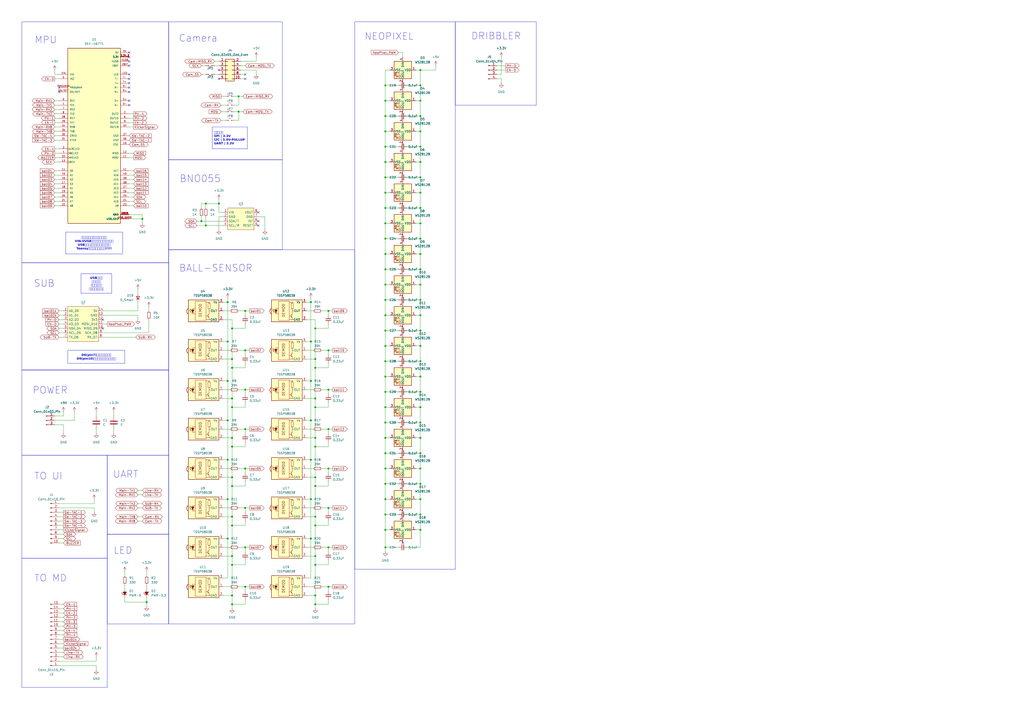
<source format=kicad_sch>
(kicad_sch (version 20231120) (generator "eeschema") (generator_version "8.0")
  (paper "A2")
  (junction (at 223.52 218.44))
  (junction (at 223.52 191.77))
  (junction (at 223.52 245.11))
  (junction (at 243.84 129.54))
  (junction (at 223.52 271.78))
  (junction (at 132.08 266.7))
  (junction (at 223.52 102.87))
  (junction (at 119.38 130.81))
  (junction (at 243.84 138.43))
  (junction (at 142.24 248.92))
  (junction (at 134.62 281.94))
  (junction (at 223.52 209.55))
  (junction (at 134.62 190.5))
  (junction (at 223.52 262.89))
  (junction (at 223.52 254))
  (junction (at 142.24 294.64))
  (junction (at 243.84 67.31))
  (junction (at 243.84 156.21))
  (junction (at 243.84 262.89))
  (junction (at 132.08 289.56))
  (junction (at 182.88 299.72))
  (junction (at 134.62 322.58))
  (junction (at 243.84 76.2))
  (junction (at 243.84 307.34))
  (junction (at 223.52 227.33))
  (junction (at 190.5 340.36))
  (junction (at 134.62 276.86))
  (junction (at 243.84 102.87))
  (junction (at 243.84 271.78))
  (junction (at 180.34 220.98))
  (junction (at 134.62 208.28))
  (junction (at 116.84 128.27))
  (junction (at 223.52 120.65))
  (junction (at 134.62 350.52))
  (junction (at 134.62 236.22))
  (junction (at 243.84 289.56))
  (junction (at 134.62 213.36))
  (junction (at 223.52 317.5))
  (junction (at 243.84 209.55))
  (junction (at 132.08 312.42))
  (junction (at 119.38 118.11))
  (junction (at 243.84 85.09))
  (junction (at 142.24 340.36))
  (junction (at 134.62 254))
  (junction (at 223.52 67.31))
  (junction (at 243.84 191.77))
  (junction (at 223.52 147.32))
  (junction (at 182.88 345.44))
  (junction (at 223.52 49.53))
  (junction (at 243.84 280.67))
  (junction (at 142.24 317.5))
  (junction (at 132.08 220.98))
  (junction (at 127 118.11))
  (junction (at 190.5 271.78))
  (junction (at 243.84 40.64))
  (junction (at 243.84 165.1))
  (junction (at 190.5 203.2))
  (junction (at 223.52 93.98))
  (junction (at 243.84 200.66))
  (junction (at 243.84 111.76))
  (junction (at 223.52 289.56))
  (junction (at 243.84 147.32))
  (junction (at 182.88 304.8))
  (junction (at 138.43 55.88))
  (junction (at 190.5 180.34))
  (junction (at 132.08 198.12))
  (junction (at 134.62 345.44))
  (junction (at 82.55 127))
  (junction (at 182.88 190.5))
  (junction (at 223.52 182.88))
  (junction (at 134.62 299.72))
  (junction (at 182.88 327.66))
  (junction (at 182.88 208.28))
  (junction (at 223.52 280.67))
  (junction (at 142.24 226.06))
  (junction (at 182.88 281.94))
  (junction (at 182.88 322.58))
  (junction (at 142.24 271.78))
  (junction (at 223.52 76.2))
  (junction (at 243.84 236.22))
  (junction (at 180.34 266.7))
  (junction (at 180.34 198.12))
  (junction (at 190.5 248.92))
  (junction (at 85.09 349.25))
  (junction (at 223.52 129.54))
  (junction (at 142.24 180.34))
  (junction (at 190.5 226.06))
  (junction (at 138.43 64.77))
  (junction (at 182.88 213.36))
  (junction (at 243.84 218.44))
  (junction (at 182.88 236.22))
  (junction (at 180.34 289.56))
  (junction (at 132.08 243.84))
  (junction (at 180.34 175.26))
  (junction (at 243.84 182.88))
  (junction (at 243.84 254))
  (junction (at 190.5 317.5))
  (junction (at 134.62 231.14))
  (junction (at 223.52 307.34))
  (junction (at 132.08 175.26))
  (junction (at 134.62 259.08))
  (junction (at 180.34 312.42))
  (junction (at 182.88 276.86))
  (junction (at 223.52 173.99))
  (junction (at 243.84 120.65))
  (junction (at 134.62 304.8))
  (junction (at 223.52 200.66))
  (junction (at 182.88 259.08))
  (junction (at 243.84 298.45))
  (junction (at 223.52 58.42))
  (junction (at 243.84 173.99))
  (junction (at 243.84 245.11))
  (junction (at 243.84 93.98))
  (junction (at 134.62 327.66))
  (junction (at 243.84 227.33))
  (junction (at 223.52 138.43))
  (junction (at 182.88 254))
  (junction (at 182.88 231.14))
  (junction (at 223.52 165.1))
  (junction (at 223.52 236.22))
  (junction (at 243.84 58.42))
  (junction (at 180.34 243.84))
  (junction (at 223.52 111.76))
  (junction (at 190.5 294.64))
  (junction (at 182.88 350.52))
  (junction (at 223.52 156.21))
  (junction (at 223.52 298.45))
  (junction (at 243.84 49.53))
  (junction (at 223.52 85.09))
  (junction (at 142.24 203.2))
  (no_connect (at 127 45.72))
  (no_connect (at 74.93 50.8))
  (no_connect (at 149.86 130.81))
  (no_connect (at 74.93 43.18))
  (no_connect (at 34.29 50.8))
  (no_connect (at 127 40.64))
  (no_connect (at 142.24 45.72))
  (no_connect (at 74.93 30.48))
  (no_connect (at 34.29 53.34))
  (no_connect (at 74.93 48.26))
  (no_connect (at 74.93 58.42))
  (no_connect (at 74.93 35.56))
  (no_connect (at 59.69 190.5))
  (no_connect (at 74.93 60.96))
  (no_connect (at 149.86 128.27))
  (no_connect (at 149.86 123.19))
  (no_connect (at 59.69 185.42))
  (no_connect (at 74.93 45.72))
  (no_connect (at 142.24 43.18))
  (no_connect (at 233.68 314.96))
  (no_connect (at 74.93 38.1))
  (no_connect (at 74.93 33.02))
  (no_connect (at 74.93 53.34))
  (wire (pts (xy 182.88 208.28) (xy 182.88 213.36)))
  (wire (pts (xy 124.46 35.56) (xy 127 35.56)))
  (wire (pts (xy 129.54 322.58) (xy 134.62 322.58)))
  (wire (pts (xy 86.36 177.8) (xy 86.36 180.34)))
  (wire (pts (xy 74.93 116.84) (xy 77.47 116.84)))
  (wire (pts (xy 223.52 120.65) (xy 223.52 129.54)))
  (wire (pts (xy 142.24 248.92) (xy 142.24 251.46)))
  (wire (pts (xy 190.5 340.36) (xy 190.5 342.9)))
  (wire (pts (xy 129.54 294.64) (xy 133.35 294.64)))
  (wire (pts (xy 186.69 203.2) (xy 190.5 203.2)))
  (wire (pts (xy 129.54 345.44) (xy 134.62 345.44)))
  (wire (pts (xy 241.3 165.1) (xy 243.84 165.1)))
  (wire (pts (xy 243.84 262.89) (xy 243.84 254)))
  (wire (pts (xy 223.52 165.1) (xy 223.52 173.99)))
  (wire (pts (xy 223.52 191.77) (xy 231.14 191.77)))
  (wire (pts (xy 132.08 198.12) (xy 132.08 220.98)))
  (wire (pts (xy 153.67 125.73) (xy 149.86 125.73)))
  (wire (pts (xy 223.52 307.34) (xy 223.52 317.5)))
  (wire (pts (xy 223.52 138.43) (xy 231.14 138.43)))
  (wire (pts (xy 223.52 289.56) (xy 226.06 289.56)))
  (wire (pts (xy 223.52 218.44) (xy 223.52 227.33)))
  (wire (pts (xy 134.62 345.44) (xy 134.62 350.52)))
  (wire (pts (xy 129.54 271.78) (xy 133.35 271.78)))
  (wire (pts (xy 177.8 322.58) (xy 182.88 322.58)))
  (wire (pts (xy 134.62 190.5) (xy 142.24 190.5)))
  (wire (pts (xy 243.84 191.77) (xy 243.84 182.88)))
  (wire (pts (xy 290.83 33.02) (xy 290.83 43.18)))
  (wire (pts (xy 177.8 312.42) (xy 180.34 312.42)))
  (wire (pts (xy 241.3 254) (xy 243.84 254)))
  (wire (pts (xy 190.5 233.68) (xy 190.5 236.22)))
  (wire (pts (xy 233.68 261.62) (xy 233.68 264.16)))
  (wire (pts (xy 66.04 248.92) (xy 66.04 251.46)))
  (wire (pts (xy 31.75 114.3) (xy 34.29 114.3)))
  (wire (pts (xy 142.24 317.5) (xy 144.78 317.5)))
  (wire (pts (xy 243.84 218.44) (xy 243.84 209.55)))
  (wire (pts (xy 182.88 276.86) (xy 182.88 281.94)))
  (wire (pts (xy 127 118.11) (xy 127 123.19)))
  (wire (pts (xy 85.09 349.25) (xy 85.09 351.79)))
  (wire (pts (xy 177.8 276.86) (xy 182.88 276.86)))
  (wire (pts (xy 177.8 203.2) (xy 181.61 203.2)))
  (wire (pts (xy 138.43 317.5) (xy 142.24 317.5)))
  (wire (pts (xy 138.43 203.2) (xy 142.24 203.2)))
  (wire (pts (xy 142.24 347.98) (xy 142.24 350.52)))
  (wire (pts (xy 34.29 381) (xy 36.83 381)))
  (wire (pts (xy 226.06 40.64) (xy 223.52 40.64)))
  (wire (pts (xy 31.75 68.58) (xy 34.29 68.58)))
  (wire (pts (xy 190.5 203.2) (xy 190.5 205.74)))
  (wire (pts (xy 55.88 388.62) (xy 55.88 386.08)))
  (wire (pts (xy 34.29 193.04) (xy 36.83 193.04)))
  (wire (pts (xy 138.43 64.77) (xy 138.43 69.85)))
  (wire (pts (xy 129.54 203.2) (xy 133.35 203.2)))
  (wire (pts (xy 223.52 236.22) (xy 226.06 236.22)))
  (wire (pts (xy 135.89 69.85) (xy 138.43 69.85)))
  (wire (pts (xy 190.5 325.12) (xy 190.5 327.66)))
  (wire (pts (xy 134.62 276.86) (xy 134.62 281.94)))
  (wire (pts (xy 177.8 299.72) (xy 182.88 299.72)))
  (wire (pts (xy 223.52 271.78) (xy 223.52 280.67)))
  (wire (pts (xy 223.52 85.09) (xy 231.14 85.09)))
  (wire (pts (xy 74.93 73.66) (xy 77.47 73.66)))
  (wire (pts (xy 34.29 386.08) (xy 55.88 386.08)))
  (wire (pts (xy 177.8 226.06) (xy 181.61 226.06)))
  (wire (pts (xy 36.83 363.22) (xy 34.29 363.22)))
  (wire (pts (xy 142.24 325.12) (xy 142.24 327.66)))
  (wire (pts (xy 134.62 322.58) (xy 134.62 327.66)))
  (wire (pts (xy 138.43 55.88) (xy 135.89 55.88)))
  (wire (pts (xy 142.24 256.54) (xy 142.24 259.08)))
  (wire (pts (xy 85.09 331.47) (xy 85.09 334.01)))
  (wire (pts (xy 43.18 243.84) (xy 31.75 243.84)))
  (wire (pts (xy 31.75 93.98) (xy 34.29 93.98)))
  (wire (pts (xy 223.52 93.98) (xy 226.06 93.98)))
  (wire (pts (xy 223.52 209.55) (xy 231.14 209.55)))
  (wire (pts (xy 236.22 85.09) (xy 243.84 85.09)))
  (wire (pts (xy 243.84 58.42) (xy 243.84 49.53)))
  (wire (pts (xy 129.54 175.26) (xy 132.08 175.26)))
  (wire (pts (xy 31.75 45.72) (xy 34.29 45.72)))
  (wire (pts (xy 59.69 195.58) (xy 78.74 195.58)))
  (wire (pts (xy 243.84 111.76) (xy 243.84 102.87)))
  (wire (pts (xy 223.52 129.54) (xy 226.06 129.54)))
  (wire (pts (xy 142.24 271.78) (xy 144.78 271.78)))
  (wire (pts (xy 223.52 40.64) (xy 223.52 49.53)))
  (wire (pts (xy 223.52 49.53) (xy 231.14 49.53)))
  (wire (pts (xy 134.62 190.5) (xy 134.62 208.28)))
  (wire (pts (xy 177.8 198.12) (xy 180.34 198.12)))
  (wire (pts (xy 142.24 210.82) (xy 142.24 213.36)))
  (wire (pts (xy 153.67 133.35) (xy 153.67 125.73)))
  (wire (pts (xy 236.22 245.11) (xy 243.84 245.11)))
  (wire (pts (xy 243.84 173.99) (xy 243.84 165.1)))
  (wire (pts (xy 31.75 88.9) (xy 34.29 88.9)))
  (wire (pts (xy 236.22 191.77) (xy 243.84 191.77)))
  (wire (pts (xy 116.84 118.11) (xy 116.84 120.65)))
  (wire (pts (xy 85.09 339.09) (xy 85.09 341.63)))
  (wire (pts (xy 132.08 243.84) (xy 132.08 266.7)))
  (wire (pts (xy 190.5 279.4) (xy 190.5 281.94)))
  (wire (pts (xy 190.5 210.82) (xy 190.5 213.36)))
  (wire (pts (xy 243.84 254) (xy 243.84 245.11)))
  (wire (pts (xy 177.8 208.28) (xy 182.88 208.28)))
  (wire (pts (xy 129.54 231.14) (xy 134.62 231.14)))
  (wire (pts (xy 190.5 294.64) (xy 190.5 297.18)))
  (wire (pts (xy 241.3 271.78) (xy 243.84 271.78)))
  (wire (pts (xy 138.43 248.92) (xy 142.24 248.92)))
  (wire (pts (xy 124.46 43.18) (xy 127 43.18)))
  (wire (pts (xy 31.75 99.06) (xy 34.29 99.06)))
  (wire (pts (xy 223.52 76.2) (xy 223.52 85.09)))
  (wire (pts (xy 241.3 58.42) (xy 243.84 58.42)))
  (wire (pts (xy 236.22 156.21) (xy 243.84 156.21)))
  (wire (pts (xy 182.88 322.58) (xy 182.88 327.66)))
  (wire (pts (xy 129.54 312.42) (xy 132.08 312.42)))
  (wire (pts (xy 74.93 99.06) (xy 77.47 99.06)))
  (wire (pts (xy 190.5 271.78) (xy 193.04 271.78)))
  (wire (pts (xy 243.84 271.78) (xy 243.84 262.89)))
  (wire (pts (xy 241.3 289.56) (xy 243.84 289.56)))
  (wire (pts (xy 190.5 347.98) (xy 190.5 350.52)))
  (wire (pts (xy 129.54 226.06) (xy 133.35 226.06)))
  (wire (pts (xy 186.69 180.34) (xy 190.5 180.34)))
  (wire (pts (xy 31.75 71.12) (xy 34.29 71.12)))
  (wire (pts (xy 190.5 294.64) (xy 193.04 294.64)))
  (wire (pts (xy 223.52 165.1) (xy 226.06 165.1)))
  (wire (pts (xy 134.62 281.94) (xy 142.24 281.94)))
  (wire (pts (xy 127 125.73) (xy 129.54 125.73)))
  (wire (pts (xy 190.5 340.36) (xy 193.04 340.36)))
  (wire (pts (xy 236.22 173.99) (xy 243.84 173.99)))
  (wire (pts (xy 54.61 292.1) (xy 34.29 292.1)))
  (wire (pts (xy 74.93 104.14) (xy 77.47 104.14)))
  (wire (pts (xy 241.3 236.22) (xy 243.84 236.22)))
  (wire (pts (xy 233.68 30.48) (xy 233.68 33.02)))
  (wire (pts (xy 182.88 213.36) (xy 190.5 213.36)))
  (wire (pts (xy 180.34 172.72) (xy 180.34 175.26)))
  (wire (pts (xy 129.54 243.84) (xy 132.08 243.84)))
  (wire (pts (xy 86.36 185.42) (xy 86.36 193.04)))
  (wire (pts (xy 190.5 317.5) (xy 193.04 317.5)))
  (wire (pts (xy 34.29 185.42) (xy 36.83 185.42)))
  (wire (pts (xy 243.84 280.67) (xy 243.84 271.78)))
  (wire (pts (xy 80.01 292.1) (xy 82.55 292.1)))
  (wire (pts (xy 182.88 327.66) (xy 190.5 327.66)))
  (wire (pts (xy 80.01 299.72) (xy 82.55 299.72)))
  (wire (pts (xy 241.3 307.34) (xy 243.84 307.34)))
  (wire (pts (xy 293.37 38.1) (xy 288.29 38.1)))
  (wire (pts (xy 231.14 30.48) (xy 233.68 30.48)))
  (wire (pts (xy 180.34 220.98) (xy 180.34 243.84)))
  (wire (pts (xy 223.52 156.21) (xy 223.52 165.1)))
  (wire (pts (xy 223.52 271.78) (xy 226.06 271.78)))
  (wire (pts (xy 241.3 129.54) (xy 243.84 129.54)))
  (wire (pts (xy 116.84 128.27) (xy 129.54 128.27)))
  (wire (pts (xy 182.88 327.66) (xy 182.88 345.44)))
  (wire (pts (xy 233.68 226.06) (xy 233.68 228.6)))
  (wire (pts (xy 243.84 236.22) (xy 243.84 227.33)))
  (wire (pts (xy 129.54 340.36) (xy 133.35 340.36)))
  (wire (pts (xy 241.3 93.98) (xy 243.84 93.98)))
  (wire (pts (xy 134.62 254) (xy 134.62 259.08)))
  (wire (pts (xy 190.5 271.78) (xy 190.5 274.32)))
  (wire (pts (xy 223.52 129.54) (xy 223.52 138.43)))
  (wire (pts (xy 34.29 187.96) (xy 36.83 187.96)))
  (wire (pts (xy 223.52 67.31) (xy 231.14 67.31)))
  (wire (pts (xy 34.29 195.58) (xy 36.83 195.58)))
  (wire (pts (xy 236.22 227.33) (xy 243.84 227.33)))
  (wire (pts (xy 127 133.35) (xy 127 125.73)))
  (wire (pts (xy 177.8 345.44) (xy 182.88 345.44)))
  (wire (pts (xy 59.69 182.88) (xy 80.01 182.88)))
  (wire (pts (xy 223.52 227.33) (xy 231.14 227.33)))
  (wire (pts (xy 182.88 281.94) (xy 190.5 281.94)))
  (wire (pts (xy 223.52 245.11) (xy 231.14 245.11)))
  (wire (pts (xy 180.34 198.12) (xy 180.34 220.98)))
  (wire (pts (xy 142.24 317.5) (xy 142.24 320.04)))
  (wire (pts (xy 31.75 101.6) (xy 34.29 101.6)))
  (wire (pts (xy 241.3 111.76) (xy 243.84 111.76)))
  (wire (pts (xy 54.61 294.64) (xy 34.29 294.64)))
  (wire (pts (xy 243.84 147.32) (xy 243.84 138.43)))
  (wire (pts (xy 182.88 281.94) (xy 182.88 299.72)))
  (wire (pts (xy 223.52 173.99) (xy 223.52 182.88)))
  (wire (pts (xy 36.83 368.3) (xy 34.29 368.3)))
  (wire (pts (xy 186.69 226.06) (xy 190.5 226.06)))
  (wire (pts (xy 236.22 262.89) (xy 243.84 262.89)))
  (wire (pts (xy 36.83 302.26) (xy 34.29 302.26)))
  (wire (pts (xy 190.5 180.34) (xy 190.5 182.88)))
  (wire (pts (xy 233.68 279.4) (xy 233.68 281.94)))
  (wire (pts (xy 128.27 55.88) (xy 130.81 55.88)))
  (wire (pts (xy 31.75 119.38) (xy 34.29 119.38)))
  (wire (pts (xy 142.24 294.64) (xy 144.78 294.64)))
  (wire (pts (xy 236.22 317.5) (xy 243.84 317.5)))
  (wire (pts (xy 80.01 185.42) (xy 80.01 182.88)))
  (wire (pts (xy 129.54 248.92) (xy 133.35 248.92)))
  (wire (pts (xy 142.24 279.4) (xy 142.24 281.94)))
  (wire (pts (xy 223.52 298.45) (xy 223.52 307.34)))
  (wire (pts (xy 85.09 346.71) (xy 85.09 349.25)))
  (wire (pts (xy 74.93 111.76) (xy 77.47 111.76)))
  (wire (pts (xy 223.52 102.87) (xy 231.14 102.87)))
  (wire (pts (xy 190.5 187.96) (xy 190.5 190.5)))
  (wire (pts (xy 31.75 116.84) (xy 34.29 116.84)))
  (wire (pts (xy 223.52 254) (xy 226.06 254)))
  (wire (pts (xy 74.93 109.22) (xy 77.47 109.22)))
  (wire (pts (xy 223.52 280.67) (xy 223.52 289.56)))
  (wire (pts (xy 236.22 138.43) (xy 243.84 138.43)))
  (wire (pts (xy 129.54 299.72) (xy 134.62 299.72)))
  (wire (pts (xy 36.83 307.34) (xy 34.29 307.34)))
  (wire (pts (xy 177.8 220.98) (xy 180.34 220.98)))
  (wire (pts (xy 223.52 182.88) (xy 223.52 191.77)))
  (wire (pts (xy 223.52 49.53) (xy 223.52 58.42)))
  (wire (pts (xy 182.88 304.8) (xy 182.88 322.58)))
  (wire (pts (xy 74.93 66.04) (xy 77.47 66.04)))
  (wire (pts (xy 31.75 241.3) (xy 36.83 241.3)))
  (wire (pts (xy 180.34 266.7) (xy 180.34 289.56)))
  (wire (pts (xy 31.75 91.44) (xy 34.29 91.44)))
  (wire (pts (xy 31.75 81.28) (xy 34.29 81.28)))
  (wire (pts (xy 180.34 175.26) (xy 180.34 198.12)))
  (wire (pts (xy 142.24 340.36) (xy 144.78 340.36)))
  (wire (pts (xy 36.83 246.38) (xy 31.75 246.38)))
  (wire (pts (xy 182.88 236.22) (xy 182.88 254)))
  (wire (pts (xy 142.24 233.68) (xy 142.24 236.22)))
  (wire (pts (xy 233.68 297.18) (xy 233.68 299.72)))
  (wire (pts (xy 142.24 203.2) (xy 142.24 205.74)))
  (wire (pts (xy 241.3 76.2) (xy 243.84 76.2)))
  (wire (pts (xy 72.39 331.47) (xy 72.39 334.01)))
  (wire (pts (xy 129.54 289.56) (xy 132.08 289.56)))
  (wire (pts (xy 34.29 190.5) (xy 36.83 190.5)))
  (wire (pts (xy 129.54 335.28) (xy 132.08 335.28)))
  (wire (pts (xy 31.75 40.64) (xy 31.75 43.18)))
  (wire (pts (xy 31.75 43.18) (xy 34.29 43.18)))
  (wire (pts (xy 74.93 71.12) (xy 77.47 71.12)))
  (wire (pts (xy 31.75 66.04) (xy 34.29 66.04)))
  (wire (pts (xy 223.52 147.32) (xy 226.06 147.32)))
  (wire (pts (xy 223.52 245.11) (xy 223.52 254)))
  (wire (pts (xy 142.24 271.78) (xy 142.24 274.32)))
  (wire (pts (xy 128.27 64.77) (xy 130.81 64.77)))
  (wire (pts (xy 59.69 187.96) (xy 62.23 187.96)))
  (wire (pts (xy 177.8 254) (xy 182.88 254)))
  (wire (pts (xy 243.84 245.11) (xy 243.84 236.22)))
  (wire (pts (xy 80.01 284.48) (xy 82.55 284.48)))
  (wire (pts (xy 127 115.57) (xy 127 118.11)))
  (wire (pts (xy 72.39 339.09) (xy 72.39 341.63)))
  (wire (pts (xy 142.24 180.34) (xy 142.24 182.88)))
  (wire (pts (xy 243.84 298.45) (xy 243.84 289.56)))
  (wire (pts (xy 134.62 304.8) (xy 134.62 322.58)))
  (wire (pts (xy 116.84 125.73) (xy 116.84 128.27)))
  (wire (pts (xy 177.8 175.26) (xy 180.34 175.26)))
  (wire (pts (xy 134.62 185.42) (xy 134.62 190.5)))
  (wire (pts (xy 134.62 213.36) (xy 134.62 231.14)))
  (wire (pts (xy 223.52 254) (xy 223.52 262.89)))
  (wire (pts (xy 114.3 128.27) (xy 116.84 128.27)))
  (wire (pts (xy 223.52 218.44) (xy 226.06 218.44)))
  (wire (pts (xy 186.69 294.64) (xy 190.5 294.64)))
  (wire (pts (xy 223.52 262.89) (xy 223.52 271.78)))
  (wire (pts (xy 134.62 350.52) (xy 142.24 350.52)))
  (wire (pts (xy 72.39 346.71) (xy 72.39 349.25)))
  (wire (pts (xy 129.54 198.12) (xy 132.08 198.12)))
  (wire (pts (xy 243.84 307.34) (xy 243.84 298.45)))
  (wire (pts (xy 139.7 43.18) (xy 142.24 43.18)))
  (wire (pts (xy 66.04 238.76) (xy 66.04 241.3)))
  (wire (pts (xy 77.47 119.38) (xy 74.93 119.38)))
  (wire (pts (xy 116.84 43.18) (xy 119.38 43.18)))
  (wire (pts (xy 129.54 220.98) (xy 132.08 220.98)))
  (wire (pts (xy 243.84 40.64) (xy 241.3 40.64)))
  (wire (pts (xy 129.54 180.34) (xy 133.35 180.34)))
  (wire (pts (xy 243.84 227.33) (xy 243.84 218.44)))
  (wire (pts (xy 223.52 120.65) (xy 231.14 120.65)))
  (wire (pts (xy 243.84 165.1) (xy 243.84 156.21)))
  (wire (pts (xy 119.38 118.11) (xy 119.38 120.65)))
  (wire (pts (xy 36.83 350.52) (xy 34.29 350.52)))
  (wire (pts (xy 236.22 102.87) (xy 243.84 102.87)))
  (wire (pts (xy 55.88 248.92) (xy 55.88 251.46)))
  (wire (pts (xy 223.52 156.21) (xy 231.14 156.21)))
  (wire (pts (xy 243.84 102.87) (xy 243.84 93.98)))
  (wire (pts (xy 138.43 340.36) (xy 142.24 340.36)))
  (wire (pts (xy 36.83 309.88) (xy 34.29 309.88)))
  (wire (pts (xy 34.29 383.54) (xy 55.88 383.54)))
  (wire (pts (xy 138.43 64.77) (xy 135.89 64.77)))
  (wire (pts (xy 223.52 200.66) (xy 223.52 209.55)))
  (wire (pts (xy 182.88 304.8) (xy 190.5 304.8)))
  (wire (pts (xy 190.5 302.26) (xy 190.5 304.8)))
  (wire (pts (xy 142.24 226.06) (xy 142.24 228.6)))
  (wire (pts (xy 180.34 243.84) (xy 180.34 266.7)))
  (wire (pts (xy 223.52 298.45) (xy 231.14 298.45)))
  (wire (pts (xy 243.84 209.55) (xy 243.84 200.66)))
  (wire (pts (xy 182.88 259.08) (xy 182.88 276.86)))
  (wire (pts (xy 36.83 314.96) (xy 34.29 314.96)))
  (wire (pts (xy 190.5 226.06) (xy 193.04 226.06)))
  (wire (pts (xy 223.52 191.77) (xy 223.52 200.66)))
  (wire (pts (xy 177.8 185.42) (xy 182.88 185.42)))
  (wire (pts (xy 177.8 294.64) (xy 181.61 294.64)))
  (wire (pts (xy 223.52 93.98) (xy 223.52 102.87)))
  (wire (pts (xy 223.52 111.76) (xy 223.52 120.65)))
  (wire (pts (xy 233.68 48.26) (xy 233.68 50.8)))
  (wire (pts (xy 223.52 173.99) (xy 231.14 173.99)))
  (wire (pts (xy 74.93 127) (xy 82.55 127)))
  (wire (pts (xy 142.24 187.96) (xy 142.24 190.5)))
  (wire (pts (xy 119.38 118.11) (xy 127 118.11)))
  (wire (pts (xy 243.84 307.34) (xy 243.84 317.5)))
  (wire (pts (xy 134.62 208.28) (xy 134.62 213.36)))
  (wire (pts (xy 243.84 200.66) (xy 243.84 191.77)))
  (wire (pts (xy 233.68 154.94) (xy 233.68 157.48)))
  (wire (pts (xy 74.93 91.44) (xy 77.47 91.44)))
  (wire (pts (xy 142.24 203.2) (xy 144.78 203.2)))
  (wire (pts (xy 116.84 118.11) (xy 119.38 118.11)))
  (wire (pts (xy 223.52 147.32) (xy 223.52 156.21)))
  (wire (pts (xy 31.75 58.42) (xy 34.29 58.42)))
  (wire (pts (xy 116.84 38.1) (xy 119.38 38.1)))
  (wire (pts (xy 236.22 298.45) (xy 243.84 298.45)))
  (wire (pts (xy 31.75 111.76) (xy 34.29 111.76)))
  (wire (pts (xy 142.24 226.06) (xy 144.78 226.06)))
  (wire (pts (xy 34.29 180.34) (xy 36.83 180.34)))
  (wire (pts (xy 127 123.19) (xy 129.54 123.19)))
  (wire (pts (xy 223.52 111.76) (xy 226.06 111.76)))
  (wire (pts (xy 135.89 60.96) (xy 138.43 60.96)))
  (wire (pts (xy 36.83 353.06) (xy 34.29 353.06)))
  (wire (pts (xy 182.88 185.42) (xy 182.88 190.5)))
  (wire (pts (xy 54.61 289.56) (xy 54.61 292.1)))
  (wire (pts (xy 36.83 360.68) (xy 34.29 360.68)))
  (wire (pts (xy 31.75 76.2) (xy 34.29 76.2)))
  (wire (pts (xy 148.59 33.02) (xy 148.59 35.56)))
  (wire (pts (xy 72.39 349.25) (xy 85.09 349.25)))
  (wire (pts (xy 129.54 317.5) (xy 133.35 317.5)))
  (wire (pts (xy 243.84 93.98) (xy 243.84 85.09)))
  (wire (pts (xy 31.75 60.96) (xy 34.29 60.96)))
  (wire (pts (xy 180.34 312.42) (xy 180.34 335.28)))
  (wire (pts (xy 134.62 327.66) (xy 134.62 345.44)))
  (wire (pts (xy 223.52 67.31) (xy 223.52 76.2)))
  (wire (pts (xy 223.52 85.09) (xy 223.52 93.98)))
  (wire (pts (xy 223.52 307.34) (xy 226.06 307.34)))
  (wire (pts (xy 233.68 119.38) (xy 233.68 121.92)))
  (wire (pts (xy 223.52 76.2) (xy 226.06 76.2)))
  (wire (pts (xy 243.84 289.56) (xy 243.84 280.67)))
  (wire (pts (xy 223.52 138.43) (xy 223.52 147.32)))
  (wire (pts (xy 241.3 182.88) (xy 243.84 182.88)))
  (wire (pts (xy 132.08 266.7) (xy 132.08 289.56)))
  (wire (pts (xy 129.54 208.28) (xy 134.62 208.28)))
  (wire (pts (xy 134.62 231.14) (xy 134.62 236.22)))
  (wire (pts (xy 129.54 266.7) (xy 132.08 266.7)))
  (wire (pts (xy 223.52 262.89) (xy 231.14 262.89)))
  (wire (pts (xy 134.62 236.22) (xy 142.24 236.22)))
  (wire (pts (xy 186.69 271.78) (xy 190.5 271.78)))
  (wire (pts (xy 241.3 200.66) (xy 243.84 200.66)))
  (wire (pts (xy 223.52 317.5) (xy 223.52 320.04)))
  (wire (pts (xy 236.22 280.67) (xy 243.84 280.67)))
  (wire (pts (xy 134.62 327.66) (xy 142.24 327.66)))
  (wire (pts (xy 243.84 182.88) (xy 243.84 173.99)))
  (wire (pts (xy 139.7 35.56) (xy 148.59 35.56)))
  (wire (pts (xy 36.83 297.18) (xy 34.29 297.18)))
  (wire (pts (xy 34.29 182.88) (xy 36.83 182.88)))
  (wire (pts (xy 36.83 365.76) (xy 34.29 365.76)))
  (wire (pts (xy 31.75 104.14) (xy 34.29 104.14)))
  (wire (pts (xy 132.08 289.56) (xy 132.08 312.42)))
  (wire (pts (xy 36.83 238.76) (xy 36.83 241.3)))
  (wire (pts (xy 80.01 167.64) (xy 80.01 170.18)))
  (wire (pts (xy 233.68 66.04) (xy 233.68 68.58)))
  (wire (pts (xy 34.29 370.84) (xy 36.83 370.84)))
  (wire (pts (xy 182.88 299.72) (xy 182.88 304.8)))
  (wire (pts (xy 223.52 227.33) (xy 223.52 236.22)))
  (wire (pts (xy 182.88 213.36) (xy 182.88 231.14)))
  (wire (pts (xy 128.27 60.96) (xy 130.81 60.96)))
  (wire (pts (xy 80.01 175.26) (xy 80.01 180.34)))
  (wire (pts (xy 177.8 340.36) (xy 181.61 340.36)))
  (wire (pts (xy 243.84 156.21) (xy 243.84 147.32)))
  (wire (pts (xy 132.08 172.72) (xy 132.08 175.26)))
  (wire (pts (xy 148.59 40.64) (xy 148.59 43.18)))
  (wire (pts (xy 190.5 256.54) (xy 190.5 259.08)))
  (wire (pts (xy 290.83 45.72) (xy 288.29 45.72)))
  (wire (pts (xy 134.62 281.94) (xy 134.62 299.72)))
  (wire (pts (xy 77.47 68.58) (xy 74.93 68.58)))
  (wire (pts (xy 223.52 280.67) (xy 231.14 280.67)))
  (wire (pts (xy 223.52 58.42) (xy 226.06 58.42)))
  (wire (pts (xy 223.52 289.56) (xy 223.52 298.45)))
  (wire (pts (xy 177.8 248.92) (xy 181.61 248.92)))
  (wire (pts (xy 288.29 40.64) (xy 293.37 40.64)))
  (wire (pts (xy 132.08 312.42) (xy 132.08 335.28)))
  (wire (pts (xy 243.84 67.31) (xy 243.84 58.42)))
  (wire (pts (xy 182.88 350.52) (xy 190.5 350.52)))
  (wire (pts (xy 290.83 43.18) (xy 288.29 43.18)))
  (wire (pts (xy 236.22 209.55) (xy 243.84 209.55)))
  (wire (pts (xy 182.88 350.52) (xy 182.88 353.06)))
  (wire (pts (xy 180.34 289.56) (xy 180.34 312.42)))
  (wire (pts (xy 233.68 83.82) (xy 233.68 86.36)))
  (wire (pts (xy 139.7 40.64) (xy 148.59 40.64)))
  (wire (pts (xy 142.24 294.64) (xy 142.24 297.18)))
  (wire (pts (xy 223.52 209.55) (xy 223.52 218.44)))
  (wire (pts (xy 223.52 317.5) (xy 231.14 317.5)))
  (wire (pts (xy 290.83 48.26) (xy 290.83 45.72)))
  (wire (pts (xy 177.8 317.5) (xy 181.61 317.5)))
  (wire (pts (xy 182.88 190.5) (xy 190.5 190.5)))
  (wire (pts (xy 31.75 106.68) (xy 34.29 106.68)))
  (wire (pts (xy 80.01 294.64) (xy 82.55 294.64)))
  (wire (pts (xy 54.61 297.18) (xy 54.61 294.64)))
  (wire (pts (xy 129.54 254) (xy 134.62 254)))
  (wire (pts (xy 82.55 124.46) (xy 82.55 127)))
  (wire (pts (xy 36.83 299.72) (xy 34.29 299.72)))
  (wire (pts (xy 243.84 49.53) (xy 243.84 40.64)))
  (wire (pts (xy 190.5 248.92) (xy 190.5 251.46)))
  (wire (pts (xy 114.3 130.81) (xy 119.38 130.81)))
  (wire (pts (xy 34.29 373.38) (xy 36.83 373.38)))
  (wire (pts (xy 34.29 375.92) (xy 36.83 375.92)))
  (wire (pts (xy 134.62 304.8) (xy 142.24 304.8)))
  (wire (pts (xy 80.01 287.02) (xy 82.55 287.02)))
  (wire (pts (xy 243.84 138.43) (xy 243.84 129.54)))
  (wire (pts (xy 140.97 55.88) (xy 138.43 55.88)))
  (wire (pts (xy 223.52 182.88) (xy 226.06 182.88)))
  (wire (pts (xy 243.84 76.2) (xy 243.84 67.31)))
  (wire (pts (xy 243.84 129.54) (xy 243.84 120.65)))
  (wire (pts (xy 142.24 340.36) (xy 142.24 342.9)))
  (wire (pts (xy 138.43 180.34) (xy 142.24 180.34)))
  (wire (pts (xy 139.7 45.72) (xy 142.24 45.72)))
  (wire (pts (xy 223.52 200.66) (xy 226.06 200.66)))
  (wire (pts (xy 132.08 220.98) (xy 132.08 243.84)))
  (wire (pts (xy 177.8 335.28) (xy 180.34 335.28)))
  (wire (pts (xy 182.88 345.44) (xy 182.88 350.52)))
  (wire (pts (xy 177.8 231.14) (xy 182.88 231.14)))
  (wire (pts (xy 134.62 236.22) (xy 134.62 254)))
  (wire (pts (xy 233.68 101.6) (xy 233.68 104.14)))
  (wire (pts (xy 223.52 102.87) (xy 223.52 111.76)))
  (wire (pts (xy 182.88 236.22) (xy 190.5 236.22)))
  (wire (pts (xy 129.54 185.42) (xy 134.62 185.42)))
  (wire (pts (xy 177.8 271.78) (xy 181.61 271.78)))
  (wire (pts (xy 36.83 251.46) (xy 36.83 246.38)))
  (wire (pts (xy 190.5 180.34) (xy 193.04 180.34)))
  (wire (pts (xy 31.75 86.36) (xy 34.29 86.36)))
  (wire (pts (xy 243.84 85.09) (xy 243.84 76.2)))
  (wire (pts (xy 252.73 38.1) (xy 252.73 40.64)))
  (wire (pts (xy 182.88 190.5) (xy 182.88 208.28)))
  (wire (pts (xy 31.75 73.66) (xy 34.29 73.66)))
  (wire (pts (xy 142.24 302.26) (xy 142.24 304.8)))
  (wire (pts (xy 236.22 120.65) (xy 243.84 120.65)))
  (wire (pts (xy 243.84 40.64) (xy 252.73 40.64)))
  (wire (pts (xy 43.18 238.76) (xy 43.18 243.84)))
  (wire (pts (xy 129.54 276.86) (xy 134.62 276.86)))
  (wire (pts (xy 243.84 120.65) (xy 243.84 111.76)))
  (wire (pts (xy 186.69 340.36) (xy 190.5 340.36)))
  (wire (pts (xy 186.69 248.92) (xy 190.5 248.92)))
  (wire (pts (xy 142.24 248.92) (xy 144.78 248.92)))
  (wire (pts (xy 182.88 254) (xy 182.88 259.08)))
  (wire (pts (xy 233.68 172.72) (xy 233.68 175.26)))
  (wire (pts (xy 140.97 64.77) (xy 138.43 64.77)))
  (wire (pts (xy 134.62 213.36) (xy 142.24 213.36)))
  (wire (pts (xy 223.52 58.42) (xy 223.52 67.31)))
  (wire (pts (xy 233.68 190.5) (xy 233.68 193.04)))
  (wire (pts (xy 36.83 312.42) (xy 34.29 312.42)))
  (wire (pts (xy 31.75 78.74) (xy 34.29 78.74)))
  (wire (pts (xy 182.88 259.08) (xy 190.5 259.08)))
  (wire (pts (xy 233.68 208.28) (xy 233.68 210.82)))
  (wire (pts (xy 82.55 127) (xy 82.55 129.54)))
  (wire (pts (xy 74.93 88.9) (xy 77.47 88.9)))
  (wire (pts (xy 190.5 248.92) (xy 193.04 248.92)))
  (wire (pts (xy 31.75 109.22) (xy 34.29 109.22)))
  (wire (pts (xy 177.8 180.34) (xy 181.61 180.34)))
  (wire (pts (xy 241.3 147.32) (xy 243.84 147.32)))
  (wire (pts (xy 236.22 49.53) (xy 243.84 49.53)))
  (wire (pts (xy 36.83 358.14) (xy 34.29 358.14)))
  (wire (pts (xy 134.62 350.52) (xy 134.62 353.06)))
  (wire (pts (xy 124.46 38.1) (xy 127 38.1)))
  (wire (pts (xy 190.5 203.2) (xy 193.04 203.2)))
  (wire (pts (xy 55.88 381) (xy 55.88 383.54)))
  (wire (pts (xy 186.69 317.5) (xy 190.5 317.5)))
  (wire (pts (xy 233.68 243.84) (xy 233.68 246.38)))
  (wire (pts (xy 190.5 226.06) (xy 190.5 228.6)))
  (wire (pts (xy 134.62 259.08) (xy 142.24 259.08)))
  (wire (pts (xy 138.43 55.88) (xy 138.43 60.96)))
  (wire (pts (xy 36.83 304.8) (xy 34.29 304.8)))
  (wire (pts (xy 177.8 266.7) (xy 180.34 266.7)))
  (wire (pts (xy 233.68 137.16) (xy 233.68 139.7)))
  (wire (pts (xy 177.8 243.84) (xy 180.34 243.84)))
  (wire (pts (xy 80.01 302.26) (xy 82.55 302.26)))
  (wire (pts (xy 236.22 67.31) (xy 243.84 67.31)))
  (wire (pts (xy 128.27 69.85) (xy 130.81 69.85)))
  (wire (pts (xy 223.52 236.22) (xy 223.52 245.11)))
  (wire (pts (xy 190.5 317.5) (xy 190.5 320.04)))
  (wire (pts (xy 142.24 180.34) (xy 144.78 180.34)))
  (wire (pts (xy 134.62 299.72) (xy 134.62 304.8)))
  (wire (pts (xy 74.93 101.6) (xy 77.47 101.6)))
  (wire (pts (xy 74.93 114.3) (xy 77.47 114.3)))
  (wire (pts (xy 134.62 259.08) (xy 134.62 276.86)))
  (wire (pts (xy 138.43 271.78) (xy 142.24 271.78)))
  (wire (pts (xy 74.93 106.68) (xy 77.47 106.68)))
  (wire (pts (xy 74.93 124.46) (xy 82.55 124.46)))
  (wire (pts (xy 139.7 38.1) (xy 142.24 38.1)))
  (wire (pts (xy 119.38 125.73) (xy 119.38 130.81)))
  (wire (pts (xy 55.88 238.76) (xy 55.88 241.3)))
  (wire (pts (xy 132.08 175.26) (xy 132.08 198.12)))
  (wire (pts (xy 34.29 378.46) (xy 36.83 378.46)))
  (wire (pts (xy 119.38 130.81) (xy 129.54 130.81)))
  (wire (pts (xy 80.01 180.34) (xy 59.69 180.34)))
  (wire (pts (xy 138.43 294.64) (xy 142.24 294.64)))
  (wire (pts (xy 241.3 218.44) (xy 243.84 218.44)))
  (wire (pts (xy 182.88 231.14) (xy 182.88 236.22)))
  (wire (pts (xy 36.83 355.6) (xy 34.29 355.6)))
  (wire (pts (xy 59.69 193.04) (xy 86.36 193.04)))
  (wire (pts (xy 31.75 63.5) (xy 34.29 63.5)))
  (wire (pts (xy 177.8 289.56) (xy 180.34 289.56)))
  (wire (pts (xy 138.43 226.06) (xy 142.24 226.06)))
  (rectangle (start 12.7 264.16) (end 62.23 323.85))
  (rectangle (start 97.79 12.7) (end 163.83 92.71))
  (rectangle (start 62.23 309.88) (end 97.79 361.95))
  (rectangle (start 12.7 152.4) (end 97.79 214.63))
  (rectangle (start 97.79 144.78) (end 205.74 361.95))
  (rectangle (start 264.16 12.7) (end 311.15 60.96))
  (rectangle (start 62.23 264.16) (end 97.79 309.88))
  (rectangle (start 12.7 12.7) (end 97.79 152.4))
  (rectangle (start 12.7 323.85) (end 62.23 398.78))
  (rectangle (start 205.74 12.7) (end 264.16 330.2))
  (rectangle (start 97.79 92.71) (end 163.83 144.78))
  (rectangle (start 12.7 214.63) (end 97.79 264.16))
  (text_box "信号レベル\nSPI | 3.3V\nI2C | 5.0V-PULLUP\nUART | 3.3V" (at 123.19 73.66 0) (size 20.32 12.7) (effects (font (size 1.27 1.27) (thickness 0.254) (bold yes)) (justify left)))
  (text_box "USB給電と\n外部給電の\n衝突回避用の\nダイオード追加済" (at 46.99 158.75 0) (size 17.78 11.43) (effects (font (size 1.27 1.27) (thickness 0.254) (bold yes))))
  (text_box "D6(pin7)は基本使用しない\nD9(pin10)はスイッチ入力に使用する" (at 39.37 203.2 0) (size 33.02 7.62) (effects (font (size 1.27 1.27) (thickness 0.254) (bold yes))))
  (text_box "使用前には必ず開発ボード裏の\nVIN-VUSBジャンパをカットすること\nUSBケーブルとの電源の混合が起き\nTeensyが燃えるため絶対に!!!!!" (at 38.1 134.62 0) (size 33.02 12.7) (effects (font (size 1.27 1.27) (thickness 0.254) (bold yes))))
  (text "TO UI" (at 19.812 278.638 0) (effects (font (size 4 4)) (justify left bottom)))
  (text "UART" (at 65.532 277.622 0) (effects (font (size 4 4)) (justify left bottom)))
  (text "NEOPIXEL" (at 211.328 23.622 0) (effects (font (size 4 4)) (justify left bottom)))
  (text "POWER" (at 18.796 228.854 0) (effects (font (size 4 4)) (justify left bottom)))
  (text "BALL-SENSOR" (at 103.886 157.988 0) (effects (font (size 4 4)) (justify left bottom)))
  (text "BNO055" (at 104.14 106.172 0) (effects (font (size 4 4)) (justify left bottom)))
  (text "LED" (at 65.786 321.818 0) (effects (font (size 4 4)) (justify left bottom)))
  (text "Camera" (at 103.632 24.638 0) (effects (font (size 4 4)) (justify left bottom)))
  (text "SUB" (at 19.558 166.878 0) (effects (font (size 4 4)) (justify left bottom)))
  (text "MPU" (at 20.066 25.654 0) (effects (font (size 4 4)) (justify left bottom)))
  (text "DRIBBLER\n" (at 273.304 23.368 0) (effects (font (size 4 4)) (justify left bottom)))
  (text "TO MD" (at 19.812 337.82 0) (effects (font (size 4 4)) (justify left bottom)))
  (global_label "Cam_SS" (shape bidirectional) (at 116.84 43.18 180) (property "Intersheetrefs" "${INTERSHEET_REFS}" (effects (hide yes))))
  (global_label "ball01" (shape output) (at 144.78 180.34 0) (property "Intersheetrefs" "${INTERSHEET_REFS}" (effects (hide yes))))
  (global_label "Main-RX1" (shape bidirectional) (at 31.75 58.42 180) (property "Intersheetrefs" "${INTERSHEET_REFS}" (effects (hide yes))))
  (global_label "BUZZER" (shape output) (at 31.75 91.44 180) (property "Intersheetrefs" "${INTERSHEET_REFS}" (effects (hide yes))))
  (global_label "SCK" (shape bidirectional) (at 116.84 38.1 180) (property "Intersheetrefs" "${INTERSHEET_REFS}" (effects (hide yes))))
  (global_label "ball10" (shape output) (at 193.04 203.2 0) (property "Intersheetrefs" "${INTERSHEET_REFS}" (effects (hide yes))))
  (global_label "ball12" (shape output) (at 193.04 248.92 0) (property "Intersheetrefs" "${INTERSHEET_REFS}" (effects (hide yes))))
  (global_label "SDA" (shape bidirectional) (at 34.29 190.5 180) (property "Intersheetrefs" "${INTERSHEET_REFS}" (effects (hide yes))))
  (global_label "ball13" (shape input) (at 77.47 106.68 0) (property "Intersheetrefs" "${INTERSHEET_REFS}" (effects (hide yes))))
  (global_label "Cam-MOSI_TX" (shape bidirectional) (at 142.24 38.1 0) (property "Intersheetrefs" "${INTERSHEET_REFS}" (effects (hide yes))))
  (global_label "Main-TX2" (shape bidirectional) (at 80.01 292.1 180) (property "Intersheetrefs" "${INTERSHEET_REFS}" (effects (hide yes))))
  (global_label "ball04" (shape input) (at 31.75 106.68 180) (property "Intersheetrefs" "${INTERSHEET_REFS}" (effects (hide yes))))
  (global_label "MOSI" (shape output) (at 77.47 91.44 0) (property "Intersheetrefs" "${INTERSHEET_REFS}" (effects (hide yes))))
  (global_label "SW-TAC-3" (shape output) (at 36.83 302.26 0) (property "Intersheetrefs" "${INTERSHEET_REFS}" (effects (hide yes))))
  (global_label "EN-D" (shape input) (at 34.29 187.96 180) (property "Intersheetrefs" "${INTERSHEET_REFS}" (effects (hide yes))))
  (global_label "SUB-TX" (shape bidirectional) (at 82.55 294.64 0) (property "Intersheetrefs" "${INTERSHEET_REFS}" (effects (hide yes))))
  (global_label "ball09" (shape output) (at 193.04 180.34 0) (property "Intersheetrefs" "${INTERSHEET_REFS}" (effects (hide yes))))
  (global_label "MISO" (shape output) (at 128.27 55.88 180) (property "Intersheetrefs" "${INTERSHEET_REFS}" (effects (hide yes))))
  (global_label "EN-D" (shape output) (at 293.37 40.64 0) (property "Intersheetrefs" "${INTERSHEET_REFS}" (effects (hide yes))))
  (global_label "SW-TAC-4" (shape output) (at 36.83 304.8 0) (property "Intersheetrefs" "${INTERSHEET_REFS}" (effects (hide yes))))
  (global_label "SCK" (shape bidirectional) (at 31.75 93.98 180) (property "Intersheetrefs" "${INTERSHEET_REFS}" (effects (hide yes))))
  (global_label "ball10" (shape input) (at 77.47 119.38 0) (property "Intersheetrefs" "${INTERSHEET_REFS}" (effects (hide yes))))
  (global_label "Cam-MISO_RX" (shape bidirectional) (at 140.97 55.88 0) (property "Intersheetrefs" "${INTERSHEET_REFS}" (effects (hide yes))))
  (global_label "Main-RX1" (shape bidirectional) (at 80.01 287.02 180) (property "Intersheetrefs" "${INTERSHEET_REFS}" (effects (hide yes))))
  (global_label "ball15" (shape output) (at 193.04 317.5 0) (property "Intersheetrefs" "${INTERSHEET_REFS}" (effects (hide yes))))
  (global_label "Main-TX2" (shape bidirectional) (at 31.75 66.04 180) (property "Intersheetrefs" "${INTERSHEET_REFS}" (effects (hide yes))))
  (global_label "Cam-TX" (shape bidirectional) (at 82.55 302.26 0) (property "Intersheetrefs" "${INTERSHEET_REFS}" (effects (hide yes))))
  (global_label "ball07" (shape input) (at 31.75 114.3 180) (property "Intersheetrefs" "${INTERSHEET_REFS}" (effects (hide yes))))
  (global_label "ball08" (shape output) (at 144.78 340.36 0) (property "Intersheetrefs" "${INTERSHEET_REFS}" (effects (hide yes))))
  (global_label "Cam-RX" (shape bidirectional) (at 128.27 60.96 180) (property "Intersheetrefs" "${INTERSHEET_REFS}" (effects (hide yes))))
  (global_label "SDA" (shape bidirectional) (at 77.47 114.3 0) (property "Intersheetrefs" "${INTERSHEET_REFS}" (effects (hide yes))))
  (global_label "EN-2" (shape input) (at 36.83 355.6 0) (property "Intersheetrefs" "${INTERSHEET_REFS}" (effects (hide yes))))
  (global_label "Cam-TX" (shape bidirectional) (at 128.27 69.85 180) (property "Intersheetrefs" "${INTERSHEET_REFS}" (effects (hide yes))))
  (global_label "EN-3" (shape input) (at 36.83 360.68 0) (property "Intersheetrefs" "${INTERSHEET_REFS}" (effects (hide yes))))
  (global_label "SW-TAC-1" (shape input) (at 74.93 81.28 0) (property "Intersheetrefs" "${INTERSHEET_REFS}" (effects (hide yes))))
  (global_label "PH-1" (shape output) (at 31.75 68.58 180) (property "Intersheetrefs" "${INTERSHEET_REFS}" (effects (hide yes))))
  (global_label "ball14" (shape output) (at 193.04 294.64 0) (property "Intersheetrefs" "${INTERSHEET_REFS}" (effects (hide yes))))
  (global_label "PH-3" (shape input) (at 36.83 363.22 0) (property "Intersheetrefs" "${INTERSHEET_REFS}" (effects (hide yes))))
  (global_label "SW-TAC-4" (shape input) (at 31.75 78.74 180) (property "Intersheetrefs" "${INTERSHEET_REFS}" (effects (hide yes))))
  (global_label "BUZZER" (shape input) (at 36.83 314.96 0) (property "Intersheetrefs" "${INTERSHEET_REFS}" (effects (hide yes))))
  (global_label "ball04" (shape output) (at 144.78 248.92 0) (property "Intersheetrefs" "${INTERSHEET_REFS}" (effects (hide yes))))
  (global_label "ball16" (shape output) (at 193.04 340.36 0) (property "Intersheetrefs" "${INTERSHEET_REFS}" (effects (hide yes))))
  (global_label "PH-2" (shape output) (at 77.47 68.58 0) (property "Intersheetrefs" "${INTERSHEET_REFS}" (effects (hide yes))))
  (global_label "SW-TAC-2" (shape input) (at 74.93 78.74 0) (property "Intersheetrefs" "${INTERSHEET_REFS}" (effects (hide yes))))
  (global_label "ball01k" (shape output) (at 36.83 370.84 0) (property "Intersheetrefs" "${INTERSHEET_REFS}" (effects (hide yes))))
  (global_label "Main-RX8" (shape bidirectional) (at 31.75 73.66 180) (property "Intersheetrefs" "${INTERSHEET_REFS}" (effects (hide yes))))
  (global_label "SW-TAC-2" (shape output) (at 36.83 299.72 0) (property "Intersheetrefs" "${INTERSHEET_REFS}" (effects (hide yes))))
  (global_label "ball01k" (shape input) (at 34.29 180.34 180) (property "Intersheetrefs" "${INTERSHEET_REFS}" (effects (hide yes))))
  (global_label "ball05" (shape input) (at 31.75 109.22 180) (property "Intersheetrefs" "${INTERSHEET_REFS}" (effects (hide yes))))
  (global_label "ball09" (shape input) (at 31.75 119.38 180) (property "Intersheetrefs" "${INTERSHEET_REFS}" (effects (hide yes))))
  (global_label "Cam-MOSI_TX" (shape bidirectional) (at 140.97 64.77 0) (property "Intersheetrefs" "${INTERSHEET_REFS}" (effects (hide yes))))
  (global_label "EN-1" (shape input) (at 36.83 350.52 0) (property "Intersheetrefs" "${INTERSHEET_REFS}" (effects (hide yes))))
  (global_label "KickerSignal" (shape output) (at 77.47 73.66 0) (property "Intersheetrefs" "${INTERSHEET_REFS}" (effects (hide yes))))
  (global_label "ball13" (shape output) (at 193.04 271.78 0) (property "Intersheetrefs" "${INTERSHEET_REFS}" (effects (hide yes))))
  (global_label "SCL" (shape bidirectional) (at 114.3 130.81 180) (property "Intersheetrefs" "${INTERSHEET_REFS}" (effects (hide yes))))
  (global_label "ball11" (shape output) (at 193.04 226.06 0) (property "Intersheetrefs" "${INTERSHEET_REFS}" (effects (hide yes))))
  (global_label "Line-RX" (shape bidirectional) (at 36.83 381 0) (property "Intersheetrefs" "${INTERSHEET_REFS}" (effects (hide yes))))
  (global_label "EN-4" (shape input) (at 36.83 365.76 0) (property "Intersheetrefs" "${INTERSHEET_REFS}" (effects (hide yes))))
  (global_label "ball02k" (shape output) (at 36.83 375.92 0) (property "Intersheetrefs" "${INTERSHEET_REFS}" (effects (hide yes))))
  (global_label "PH-4" (shape input) (at 36.83 368.3 0) (property "Intersheetrefs" "${INTERSHEET_REFS}" (effects (hide yes))))
  (global_label "SUB-TX" (shape bidirectional) (at 34.29 195.58 180) (property "Intersheetrefs" "${INTERSHEET_REFS}" (effects (hide yes))))
  (global_label "Main-RX8" (shape bidirectional) (at 80.01 302.26 180) (property "Intersheetrefs" "${INTERSHEET_REFS}" (effects (hide yes))))
  (global_label "Main-TX8" (shape bidirectional) (at 31.75 76.2 180) (property "Intersheetrefs" "${INTERSHEET_REFS}" (effects (hide yes))))
  (global_label "MOSI" (shape input) (at 128.27 64.77 180) (property "Intersheetrefs" "${INTERSHEET_REFS}" (effects (hide yes))))
  (global_label "PH-2" (shape input) (at 36.83 358.14 0) (property "Intersheetrefs" "${INTERSHEET_REFS}" (effects (hide yes))))
  (global_label "ball05" (shape output) (at 144.78 271.78 0) (property "Intersheetrefs" "${INTERSHEET_REFS}" (effects (hide yes))))
  (global_label "PH-D" (shape input) (at 34.29 185.42 180) (property "Intersheetrefs" "${INTERSHEET_REFS}" (effects (hide yes))))
  (global_label "NeoPixel_PWM" (shape output) (at 62.23 187.96 0) (property "Intersheetrefs" "${INTERSHEET_REFS}" (effects (hide yes))))
  (global_label "Main-TX1" (shape bidirectional) (at 80.01 284.48 180) (property "Intersheetrefs" "${INTERSHEET_REFS}" (effects (hide yes))))
  (global_label "Cam-RX" (shape bidirectional) (at 82.55 299.72 0) (property "Intersheetrefs" "${INTERSHEET_REFS}" (effects (hide yes))))
  (global_label "Main-RX2" (shape bidirectional) (at 80.01 294.64 180) (property "Intersheetrefs" "${INTERSHEET_REFS}" (effects (hide yes))))
  (global_label "Cam-MISO_RX" (shape bidirectional) (at 124.46 35.56 180) (property "Intersheetrefs" "${INTERSHEET_REFS}" (effects (hide yes))))
  (global_label "ball12" (shape input) (at 77.47 109.22 0) (property "Intersheetrefs" "${INTERSHEET_REFS}" (effects (hide yes))))
  (global_label "ball02k" (shape input) (at 34.29 182.88 180) (property "Intersheetrefs" "${INTERSHEET_REFS}" (effects (hide yes))))
  (global_label "PH-3" (shape output) (at 31.75 88.9 180) (property "Intersheetrefs" "${INTERSHEET_REFS}" (effects (hide yes))))
  (global_label "ball14" (shape input) (at 77.47 104.14 0) (property "Intersheetrefs" "${INTERSHEET_REFS}" (effects (hide yes))))
  (global_label "SDA" (shape bidirectional) (at 114.3 128.27 180) (property "Intersheetrefs" "${INTERSHEET_REFS}" (effects (hide yes))))
  (global_label "EN-1" (shape output) (at 31.75 71.12 180) (property "Intersheetrefs" "${INTERSHEET_REFS}" (effects (hide yes))))
  (global_label "ball16" (shape input) (at 77.47 99.06 0) (property "Intersheetrefs" "${INTERSHEET_REFS}" (effects (hide yes))))
  (global_label "SCL" (shape bidirectional) (at 77.47 116.84 0) (property "Intersheetrefs" "${INTERSHEET_REFS}" (effects (hide yes))))
  (global_label "ball02" (shape input) (at 31.75 101.6 180) (property "Intersheetrefs" "${INTERSHEET_REFS}" (effects (hide yes))))
  (global_label "Cam_SS" (shape bidirectional) (at 74.93 83.82 0) (property "Intersheetrefs" "${INTERSHEET_REFS}" (effects (hide yes))))
  (global_label "ball03" (shape output) (at 144.78 226.06 0) (property "Intersheetrefs" "${INTERSHEET_REFS}" (effects (hide yes))))
  (global_label "EN-4" (shape output) (at 31.75 86.36 180) (property "Intersheetrefs" "${INTERSHEET_REFS}" (effects (hide yes))))
  (global_label "SCL" (shape bidirectional) (at 36.83 312.42 0) (property "Intersheetrefs" "${INTERSHEET_REFS}" (effects (hide yes))))
  (global_label "ball01" (shape input) (at 31.75 99.06 180) (property "Intersheetrefs" "${INTERSHEET_REFS}" (effects (hide yes))))
  (global_label "SCL" (shape bidirectional) (at 34.29 193.04 180) (property "Intersheetrefs" "${INTERSHEET_REFS}" (effects (hide yes))))
  (global_label "KickerSignal" (shape output) (at 36.83 307.34 0) (property "Intersheetrefs" "${INTERSHEET_REFS}" (effects (hide yes))))
  (global_label "ball07" (shape output) (at 144.78 317.5 0) (property "Intersheetrefs" "${INTERSHEET_REFS}" (effects (hide yes))))
  (global_label "ball15" (shape input) (at 77.47 101.6 0) (property "Intersheetrefs" "${INTERSHEET_REFS}" (effects (hide yes))))
  (global_label "SW-TAC-1" (shape output) (at 36.83 297.18 0) (property "Intersheetrefs" "${INTERSHEET_REFS}" (effects (hide yes))))
  (global_label "Main-RX2" (shape bidirectional) (at 31.75 63.5 180) (property "Intersheetrefs" "${INTERSHEET_REFS}" (effects (hide yes))))
  (global_label "KickerSignal" (shape input) (at 36.83 373.38 0) (property "Intersheetrefs" "${INTERSHEET_REFS}" (effects (hide yes))))
  (global_label "Line-TX" (shape bidirectional) (at 36.83 378.46 0) (property "Intersheetrefs" "${INTERSHEET_REFS}" (effects (hide yes))))
  (global_label "NeoPixel_PWM" (shape input) (at 231.14 30.48 180) (property "Intersheetrefs" "${INTERSHEET_REFS}" (effects (hide yes))))
  (global_label "ball02" (shape output) (at 144.78 203.2 0) (property "Intersheetrefs" "${INTERSHEET_REFS}" (effects (hide yes))))
  (global_label "SW-TAC-3" (shape input) (at 31.75 81.28 180) (property "Intersheetrefs" "${INTERSHEET_REFS}" (effects (hide yes))))
  (global_label "ball06" (shape output) (at 144.78 294.64 0) (property "Intersheetrefs" "${INTERSHEET_REFS}" (effects (hide yes))))
  (global_label "PH-D" (shape output) (at 293.37 38.1 0) (property "Intersheetrefs" "${INTERSHEET_REFS}" (effects (hide yes))))
  (global_label "ball11" (shape input) (at 77.47 111.76 0) (property "Intersheetrefs" "${INTERSHEET_REFS}" (effects (hide yes))))
  (global_label "SUB-RX" (shape bidirectional) (at 82.55 292.1 0) (property "Intersheetrefs" "${INTERSHEET_REFS}" (effects (hide yes))))
  (global_label "SDA" (shape bidirectional) (at 36.83 309.88 0) (property "Intersheetrefs" "${INTERSHEET_REFS}" (effects (hide yes))))
  (global_label "SUB-RX" (shape bidirectional) (at 78.74 195.58 0) (property "Intersheetrefs" "${INTERSHEET_REFS}" (effects (hide yes))))
  (global_label "EN-2" (shape output) (at 77.47 71.12 0) (property "Intersheetrefs" "${INTERSHEET_REFS}" (effects (hide yes))))
  (global_label "PH-4" (shape output) (at 77.47 66.04 0) (property "Intersheetrefs" "${INTERSHEET_REFS}" (effects (hide yes))))
  (global_label "Line-RX" (shape bidirectional) (at 82.55 284.48 0) (property "Intersheetrefs" "${INTERSHEET_REFS}" (effects (hide yes))))
  (global_label "MISO" (shape input) (at 77.47 88.9 0) (property "Intersheetrefs" "${INTERSHEET_REFS}" (effects (hide yes))))
  (global_label "Line-TX" (shape bidirectional) (at 82.55 287.02 0) (property "Intersheetrefs" "${INTERSHEET_REFS}" (effects (hide yes))))
  (global_label "EN-3" (shape output) (at 31.75 45.72 180) (property "Intersheetrefs" "${INTERSHEET_REFS}" (effects (hide yes))))
  (global_label "Main-TX1" (shape bidirectional) (at 31.75 60.96 180) (property "Intersheetrefs" "${INTERSHEET_REFS}" (effects (hide yes))))
  (global_label "Main-TX8" (shape bidirectional) (at 80.01 299.72 180) (property "Intersheetrefs" "${INTERSHEET_REFS}" (effects (hide yes))))
  (global_label "ball08" (shape input) (at 31.75 116.84 180) (property "Intersheetrefs" "${INTERSHEET_REFS}" (effects (hide yes))))
  (global_label "ball06" (shape input) (at 31.75 111.76 180) (property "Intersheetrefs" "${INTERSHEET_REFS}" (effects (hide yes))))
  (global_label "ball03" (shape input) (at 31.75 104.14 180) (property "Intersheetrefs" "${INTERSHEET_REFS}" (effects (hide yes))))
  (global_label "PH-1" (shape input) (at 36.83 353.06 0) (property "Intersheetrefs" "${INTERSHEET_REFS}" (effects (hide yes))))
  (symbol (lib_id "power:+3.3V") (at 66.04 238.76 0) (unit 1)
    (property "Reference" "#PWR012" (effects (hide yes)))
    (property "Value" "+3.3V" (at 66.04 233.68 0))
    (property "Description" "Power symbol creates a global label with name \"+3.3V\"" (effects (hide yes)))
  )
  (symbol (lib_id "Device:C_Small") (at 233.68 262.89 90) (unit 1)
    (property "Reference" "C31" (at 227.838 262.89 90))
    (property "Value" "0.1uF" (at 239.522 262.89 90))
    (property "Footprint" "Capacitor_SMD:C_0603_1608Metric" (effects (hide yes)))
    (property "Description" "Unpolarized capacitor, small symbol" (effects (hide yes)))
  )
  (symbol (lib_id "Device:R_Small") (at 86.36 182.88 0) (unit 1)
    (property "Reference" "R5" (at 88.9 181.61 0) (effects (justify left)))
    (property "Value" "10K" (at 88.9 184.15 0) (effects (justify left)))
    (property "Footprint" "Resistor_SMD:R_0603_1608Metric" (effects (hide yes)))
    (property "Description" "Resistor, small symbol" (effects (hide yes)))
  )
  (symbol (lib_id "power:GND") (at 182.88 353.06 0) (unit 1)
    (property "Reference" "#PWR028" (effects (hide yes)))
    (property "Value" "GND" (at 182.88 358.14 0))
    (property "Description" "Power symbol creates a global label with name \"GND\" , ground" (effects (hide yes)))
  )
  (symbol (lib_id "Device:C_Small") (at 142.24 299.72 0) (unit 1)
    (property "Reference" "C8" (at 144.78 298.4563 0) (effects (justify left)))
    (property "Value" "0.33uF" (at 144.78 300.9963 0) (effects (justify left)))
    (property "Footprint" "Capacitor_SMD:C_0603_1608Metric" (effects (hide yes)))
    (property "Description" "Unpolarized capacitor, small symbol" (effects (hide yes)))
  )
  (symbol (lib_id "Sensor_Proximity:TSSP58038") (at 167.64 226.06 0) (unit 1)
    (property "Reference" "U14" (at 165.905 214.63 0))
    (property "Value" "TSSP58038" (at 165.905 217.17 0))
    (property "Footprint" "@2024TOINIOT2-Main:Vishay_MINICAST-3Pin" (effects (hide yes)))
    (property "Datasheet" "http://www.vishay.com/docs/82476/tssp58p38.pdf" (effects (hide yes)))
    (property "Description" "IR Detector for Mid Range Proximity Sensor" (effects (hide yes)))
  )
  (symbol (lib_id "@2024-Main:XIAO_ESP32C3") (at 48.26 177.8 0) (unit 1)
    (property "Reference" "U2" (at 48.26 175.26 0))
    (property "Value" "~" (at 48.26 176.53 0))
    (property "Footprint" "@2024TOINIOT2-Main:XIAO ESP32C3" (effects (hide yes)))
  )
  (symbol (lib_id "Sensor_Proximity:TSSP58038") (at 167.64 180.34 0) (unit 1)
    (property "Reference" "U12" (at 165.905 168.91 0))
    (property "Value" "TSSP58038" (at 165.905 171.45 0))
    (property "Footprint" "@2024TOINIOT2-Main:Vishay_MINICAST-3Pin" (effects (hide yes)))
    (property "Datasheet" "http://www.vishay.com/docs/82476/tssp58p38.pdf" (effects (hide yes)))
    (property "Description" "IR Detector for Mid Range Proximity Sensor" (effects (hide yes)))
  )
  (symbol (lib_id "Connector:Conn_01x15_Pin") (at 29.21 368.3 0) (mirror x) (unit 1)
    (property "Reference" "J3" (at 29.845 391.16 0))
    (property "Value" "Conn_01x15_Pin" (at 29.845 388.62 0))
    (property "Footprint" "@2024TOINIOT2-MD:1.0K-FX-15PWB" (effects (hide yes)))
    (property "Description" "Generic connector, single row, 01x15, script generated" (effects (hide yes)))
  )
  (symbol (lib_id "Sensor_Proximity:TSSP58038") (at 119.38 340.36 0) (unit 1)
    (property "Reference" "U11" (at 117.645 328.93 0))
    (property "Value" "TSSP58038" (at 117.645 331.47 0))
    (property "Footprint" "@2024TOINIOT2-Main:Vishay_MINICAST-3Pin" (effects (hide yes)))
    (property "Datasheet" "http://www.vishay.com/docs/82476/tssp58p38.pdf" (effects (hide yes)))
    (property "Description" "IR Detector for Mid Range Proximity Sensor" (effects (hide yes)))
  )
  (symbol (lib_id "power:+5V") (at 72.39 331.47 0) (unit 1)
    (property "Reference" "#PWR06" (effects (hide yes)))
    (property "Value" "+5V" (at 72.39 326.39 0))
    (property "Description" "Power symbol creates a global label with name \"+5V\"" (effects (hide yes)))
  )
  (symbol (lib_id "LED:WS2812B") (at 233.68 289.56 270) (unit 1)
    (property "Reference" "D17" (at 245.11 282.4667 90))
    (property "Value" "WS2812B" (at 245.11 285.0067 90))
    (property "Footprint" "LED_SMD:LED_WS2812B_PLCC4_5.0x5.0mm_P3.2mm" (effects (hide yes)))
    (property "Datasheet" "https://cdn-shop.adafruit.com/datasheets/WS2812B.pdf" (effects (hide yes)))
    (property "Description" "RGB LED with integrated controller" (effects (hide yes)))
  )
  (symbol (lib_id "power:GND") (at 223.52 320.04 0) (unit 1)
    (property "Reference" "#PWR029" (effects (hide yes)))
    (property "Value" "GND" (at 223.52 325.12 0))
    (property "Description" "Power symbol creates a global label with name \"GND\" , ground" (effects (hide yes)))
  )
  (symbol (lib_id "Device:R_Small") (at 119.38 123.19 0) (unit 1)
    (property "Reference" "R4" (at 121.92 121.9199 0) (effects (justify left)))
    (property "Value" "1K" (at 121.92 124.4599 0) (effects (justify left)))
    (property "Footprint" "Resistor_SMD:R_0603_1608Metric" (effects (hide yes)))
    (property "Description" "Resistor, small symbol" (effects (hide yes)))
  )
  (symbol (lib_id "power:GND") (at 66.04 251.46 0) (unit 1)
    (property "Reference" "#PWR013" (effects (hide yes)))
    (property "Value" "GND" (at 66.04 256.54 0))
    (property "Description" "Power symbol creates a global label with name \"GND\" , ground" (effects (hide yes)))
  )
  (symbol (lib_id "Sensor_Proximity:TSSP58038") (at 167.64 294.64 0) (unit 1)
    (property "Reference" "U17" (at 165.905 283.21 0))
    (property "Value" "TSSP58038" (at 165.905 285.75 0))
    (property "Footprint" "@2024TOINIOT2-Main:Vishay_MINICAST-3Pin" (effects (hide yes)))
    (property "Datasheet" "http://www.vishay.com/docs/82476/tssp58p38.pdf" (effects (hide yes)))
    (property "Description" "IR Detector for Mid Range Proximity Sensor" (effects (hide yes)))
  )
  (symbol (lib_id "power:+3.3V") (at 127 115.57 0) (unit 1)
    (property "Reference" "#PWR017" (effects (hide yes)))
    (property "Value" "+3.3V" (at 127 110.49 0))
    (property "Description" "Power symbol creates a global label with name \"+3.3V\"" (effects (hide yes)))
  )
  (symbol (lib_id "Jumper:Jumper_2_Small_Open") (at 133.35 60.96 0) (unit 1) (exclude_from_sim yes)
    (property "Reference" "JP6" (at 133.35 58.42 0))
    (property "Value" "Jumper_2_Small_Open" (effects (hide yes)))
    (property "Footprint" "Jumper:SolderJumper-2_P1.3mm_Open_Pad1.0x1.5mm" (effects (hide yes)))
    (property "Description" "Jumper, 2-pole, small symbol, open" (effects (hide yes)))
  )
  (symbol (lib_id "@2024-Main:BNO055") (at 139.7 120.65 0) (unit 1)
    (property "Reference" "U3" (at 139.7 118.11 0))
    (property "Value" "~" (at 139.7 119.38 0))
    (property "Footprint" "@2024TOINIOT2-Main:BNO055" (effects (hide yes)))
  )
  (symbol (lib_id "power:+3.3V") (at 55.88 381 0) (unit 1)
    (property "Reference" "#PWR015" (effects (hide yes)))
    (property "Value" "+3.3V" (at 55.88 375.92 0))
    (property "Description" "Power symbol creates a global label with name \"+3.3V\"" (effects (hide yes)))
  )
  (symbol (lib_id "power:+5V") (at 36.83 238.76 0) (unit 1)
    (property "Reference" "#PWR04" (effects (hide yes)))
    (property "Value" "+5V" (at 36.83 233.68 0))
    (property "Description" "Power symbol creates a global label with name \"+5V\"" (effects (hide yes)))
  )
  (symbol (lib_id "Sensor_Proximity:TSSP58038") (at 167.64 340.36 0) (unit 1)
    (property "Reference" "U19" (at 165.905 328.93 0))
    (property "Value" "TSSP58038" (at 165.905 331.47 0))
    (property "Footprint" "@2024TOINIOT2-Main:Vishay_MINICAST-3Pin" (effects (hide yes)))
    (property "Datasheet" "http://www.vishay.com/docs/82476/tssp58p38.pdf" (effects (hide yes)))
    (property "Description" "IR Detector for Mid Range Proximity Sensor" (effects (hide yes)))
  )
  (symbol (lib_id "power:GND") (at 54.61 297.18 0) (unit 1)
    (property "Reference" "#PWR03" (effects (hide yes)))
    (property "Value" "GND" (at 54.61 302.26 0))
    (property "Description" "Power symbol creates a global label with name \"GND\" , ground" (effects (hide yes)))
  )
  (symbol (lib_id "power:+5V") (at 252.73 38.1 0) (unit 1)
    (property "Reference" "#PWR030" (effects (hide yes)))
    (property "Value" "+5V" (at 252.73 33.02 0))
    (property "Description" "Power symbol creates a global label with name \"+5V\"" (effects (hide yes)))
  )
  (symbol (lib_id "power:GND") (at 80.01 185.42 0) (unit 1)
    (property "Reference" "#PWR023" (effects (hide yes)))
    (property "Value" "GND" (at 80.01 190.5 0))
    (property "Description" "Power symbol creates a global label with name \"GND\" , ground" (effects (hide yes)))
  )
  (symbol (lib_id "Device:C_Small") (at 233.68 298.45 90) (unit 1)
    (property "Reference" "C33" (at 227.838 298.45 90))
    (property "Value" "0.1uF" (at 239.522 298.45 90))
    (property "Footprint" "Capacitor_SMD:C_0603_1608Metric" (effects (hide yes)))
    (property "Description" "Unpolarized capacitor, small symbol" (effects (hide yes)))
  )
  (symbol (lib_id "Sensor_Proximity:TSSP58038") (at 119.38 180.34 0) (unit 1)
    (property "Reference" "U4" (at 117.645 168.91 0))
    (property "Value" "TSSP58038" (at 117.645 171.45 0))
    (property "Footprint" "@2024TOINIOT2-Main:Vishay_MINICAST-3Pin" (effects (hide yes)))
    (property "Datasheet" "http://www.vishay.com/docs/82476/tssp58p38.pdf" (effects (hide yes)))
    (property "Description" "IR Detector for Mid Range Proximity Sensor" (effects (hide yes)))
  )
  (symbol (lib_id "Device:C_Small") (at 190.5 254 0) (unit 1)
    (property "Reference" "C14" (at 193.04 252.7363 0) (effects (justify left)))
    (property "Value" "0.33uF" (at 193.04 255.2763 0) (effects (justify left)))
    (property "Footprint" "Capacitor_SMD:C_0603_1608Metric" (effects (hide yes)))
    (property "Description" "Unpolarized capacitor, small symbol" (effects (hide yes)))
  )
  (symbol (lib_id "power:GND") (at 127 133.35 0) (unit 1)
    (property "Reference" "#PWR018" (effects (hide yes)))
    (property "Value" "GND" (at 127 138.43 0))
    (property "Description" "Power symbol creates a global label with name \"GND\" , ground" (effects (hide yes)))
  )
  (symbol (lib_id "power:+5V") (at 148.59 33.02 0) (unit 1)
    (property "Reference" "#PWR019" (effects (hide yes)))
    (property "Value" "+5V" (at 148.59 27.94 0))
    (property "Description" "Power symbol creates a global label with name \"+5V\"" (effects (hide yes)))
  )
  (symbol (lib_id "Jumper:Jumper_2_Small_Bridged") (at 133.35 64.77 0) (unit 1) (exclude_from_sim yes)
    (property "Reference" "JP7" (at 133.35 63.246 0))
    (property "Value" "Jumper_2_Small_Bridged" (effects (hide yes)))
    (property "Footprint" "Jumper:SolderJumper-2_P1.3mm_Bridged_Pad1.0x1.5mm" (effects (hide yes)))
    (property "Description" "Jumper, 2-pole, small symbol, bridged" (effects (hide yes)))
  )
  (symbol (lib_id "Jumper:Jumper_2_Small_Open") (at 133.35 69.85 0) (unit 1) (exclude_from_sim yes)
    (property "Reference" "JP8" (at 133.35 67.31 0))
    (property "Value" "Jumper_2_Small_Open" (effects (hide yes)))
    (property "Footprint" "Jumper:SolderJumper-2_P1.3mm_Open_Pad1.0x1.5mm" (effects (hide yes)))
    (property "Description" "Jumper, 2-pole, small symbol, open" (effects (hide yes)))
  )
  (symbol (lib_id "LED:WS2812B") (at 233.68 200.66 270) (unit 1)
    (property "Reference" "D12" (at 245.11 193.5667 90))
    (property "Value" "WS2812B" (at 245.11 196.1067 90))
    (property "Footprint" "LED_SMD:LED_WS2812B_PLCC4_5.0x5.0mm_P3.2mm" (effects (hide yes)))
    (property "Datasheet" "https://cdn-shop.adafruit.com/datasheets/WS2812B.pdf" (effects (hide yes)))
    (property "Description" "RGB LED with integrated controller" (effects (hide yes)))
  )
  (symbol (lib_id "Device:C_Small") (at 233.68 209.55 90) (unit 1)
    (property "Reference" "C28" (at 227.838 209.55 90))
    (property "Value" "0.1uF" (at 239.522 209.55 90))
    (property "Footprint" "Capacitor_SMD:C_0603_1608Metric" (effects (hide yes)))
    (property "Description" "Unpolarized capacitor, small symbol" (effects (hide yes)))
  )
  (symbol (lib_id "Device:C_Small") (at 142.24 322.58 0) (unit 1)
    (property "Reference" "C9" (at 144.78 321.3163 0) (effects (justify left)))
    (property "Value" "0.33uF" (at 144.78 323.8563 0) (effects (justify left)))
    (property "Footprint" "Capacitor_SMD:C_0603_1608Metric" (effects (hide yes)))
    (property "Description" "Unpolarized capacitor, small symbol" (effects (hide yes)))
  )
  (symbol (lib_id "LED:WS2812B") (at 233.68 182.88 270) (unit 1)
    (property "Reference" "D11" (at 245.11 175.7867 90))
    (property "Value" "WS2812B" (at 245.11 178.3267 90))
    (property "Footprint" "LED_SMD:LED_WS2812B_PLCC4_5.0x5.0mm_P3.2mm" (effects (hide yes)))
    (property "Datasheet" "https://cdn-shop.adafruit.com/datasheets/WS2812B.pdf" (effects (hide yes)))
    (property "Description" "RGB LED with integrated controller" (effects (hide yes)))
  )
  (symbol (lib_id "Sensor_Proximity:TSSP58038") (at 119.38 248.92 0) (unit 1)
    (property "Reference" "U7" (at 117.645 237.49 0))
    (property "Value" "TSSP58038" (at 117.645 240.03 0))
    (property "Footprint" "@2024TOINIOT2-Main:Vishay_MINICAST-3Pin" (effects (hide yes)))
    (property "Datasheet" "http://www.vishay.com/docs/82476/tssp58p38.pdf" (effects (hide yes)))
    (property "Description" "IR Detector for Mid Range Proximity Sensor" (effects (hide yes)))
  )
  (symbol (lib_id "Device:R_Small") (at 184.15 203.2 90) (unit 1)
    (property "Reference" "R15" (at 184.15 198.12 90))
    (property "Value" "39K" (at 184.15 200.66 90))
    (property "Footprint" "Resistor_SMD:R_0603_1608Metric" (effects (hide yes)))
    (property "Description" "Resistor, small symbol" (effects (hide yes)))
  )
  (symbol (lib_id "Device:R_Small") (at 135.89 248.92 90) (unit 1)
    (property "Reference" "R9" (at 135.89 243.84 90))
    (property "Value" "39K" (at 135.89 246.38 90))
    (property "Footprint" "Resistor_SMD:R_0603_1608Metric" (effects (hide yes)))
    (property "Description" "Resistor, small symbol" (effects (hide yes)))
  )
  (symbol (lib_id "Jumper:Jumper_2_Small_Bridged") (at 121.92 38.1 0) (mirror x) (unit 1) (exclude_from_sim yes)
    (property "Reference" "JP1" (at 121.92 39.624 0))
    (property "Value" "Jumper_2_Small_Bridged" (effects (hide yes)))
    (property "Footprint" "Jumper:SolderJumper-2_P1.3mm_Bridged_Pad1.0x1.5mm" (effects (hide yes)))
    (property "Description" "Jumper, 2-pole, small symbol, bridged" (effects (hide yes)))
  )
  (symbol (lib_id "LED:WS2812B") (at 233.68 218.44 270) (unit 1)
    (property "Reference" "D13" (at 245.11 211.3467 90))
    (property "Value" "WS2812B" (at 245.11 213.8867 90))
    (property "Footprint" "LED_SMD:LED_WS2812B_PLCC4_5.0x5.0mm_P3.2mm" (effects (hide yes)))
    (property "Datasheet" "https://cdn-shop.adafruit.com/datasheets/WS2812B.pdf" (effects (hide yes)))
    (property "Description" "RGB LED with integrated controller" (effects (hide yes)))
  )
  (symbol (lib_id "power:GND") (at 55.88 251.46 0) (unit 1)
    (property "Reference" "#PWR011" (effects (hide yes)))
    (property "Value" "GND" (at 55.88 256.54 0))
    (property "Description" "Power symbol creates a global label with name \"GND\" , ground" (effects (hide yes)))
  )
  (symbol (lib_id "Device:C") (at 55.88 245.11 0) (unit 1)
    (property "Reference" "C1" (at 59.69 243.84 0) (effects (justify left)))
    (property "Value" "C" (at 59.69 246.38 0) (effects (justify left)))
    (property "Footprint" "Capacitor_SMD:C_0805_2012Metric" (effects (hide yes)))
    (property "Description" "Unpolarized capacitor" (effects (hide yes)))
  )
  (symbol (lib_id "Device:C_Small") (at 233.68 138.43 90) (unit 1)
    (property "Reference" "C24" (at 227.838 138.43 90))
    (property "Value" "0.1uF" (at 239.522 138.43 90))
    (property "Footprint" "Capacitor_SMD:C_0603_1608Metric" (effects (hide yes)))
    (property "Description" "Unpolarized capacitor, small symbol" (effects (hide yes)))
  )
  (symbol (lib_id "power:GND") (at 85.09 351.79 0) (unit 1)
    (property "Reference" "#PWR09" (effects (hide yes)))
    (property "Value" "GND" (at 85.09 356.87 0))
    (property "Description" "Power symbol creates a global label with name \"GND\" , ground" (effects (hide yes)))
  )
  (symbol (lib_id "Sensor_Proximity:TSSP58038") (at 119.38 226.06 0) (unit 1)
    (property "Reference" "U6" (at 117.645 214.63 0))
    (property "Value" "TSSP58038" (at 117.645 217.17 0))
    (property "Footprint" "@2024TOINIOT2-Main:Vishay_MINICAST-3Pin" (effects (hide yes)))
    (property "Datasheet" "http://www.vishay.com/docs/82476/tssp58p38.pdf" (effects (hide yes)))
    (property "Description" "IR Detector for Mid Range Proximity Sensor" (effects (hide yes)))
  )
  (symbol (lib_id "Device:C") (at 66.04 245.11 0) (unit 1)
    (property "Reference" "C2" (at 69.85 243.84 0) (effects (justify left)))
    (property "Value" "C" (at 69.85 246.38 0) (effects (justify left)))
    (property "Footprint" "Capacitor_SMD:C_0805_2012Metric" (effects (hide yes)))
    (property "Description" "Unpolarized capacitor" (effects (hide yes)))
  )
  (symbol (lib_id "Device:C_Small") (at 142.24 345.44 0) (unit 1)
    (property "Reference" "C10" (at 144.78 344.1763 0) (effects (justify left)))
    (property "Value" "0.33uF" (at 144.78 346.7163 0) (effects (justify left)))
    (property "Footprint" "Capacitor_SMD:C_0603_1608Metric" (effects (hide yes)))
    (property "Description" "Unpolarized capacitor, small symbol" (effects (hide yes)))
  )
  (symbol (lib_id "Device:R_Small") (at 85.09 336.55 0) (unit 1)
    (property "Reference" "R2" (at 87.63 335.28 0) (effects (justify left)))
    (property "Value" "330" (at 87.63 337.82 0) (effects (justify left)))
    (property "Footprint" "Resistor_SMD:R_0603_1608Metric" (effects (hide yes)))
    (property "Description" "Resistor, small symbol" (effects (hide yes)))
  )
  (symbol (lib_id "Device:R_Small") (at 135.89 226.06 90) (unit 1)
    (property "Reference" "R8" (at 135.89 220.98 90))
    (property "Value" "39K" (at 135.89 223.52 90))
    (property "Footprint" "Resistor_SMD:R_0603_1608Metric" (effects (hide yes)))
    (property "Description" "Resistor, small symbol" (effects (hide yes)))
  )
  (symbol (lib_id "Sensor_Proximity:TSSP58038") (at 167.64 317.5 0) (unit 1)
    (property "Reference" "U18" (at 165.905 306.07 0))
    (property "Value" "TSSP58038" (at 165.905 308.61 0))
    (property "Footprint" "@2024TOINIOT2-Main:Vishay_MINICAST-3Pin" (effects (hide yes)))
    (property "Datasheet" "http://www.vishay.com/docs/82476/tssp58p38.pdf" (effects (hide yes)))
    (property "Description" "IR Detector for Mid Range Proximity Sensor" (effects (hide yes)))
  )
  (symbol (lib_id "power:GND") (at 153.67 133.35 0) (unit 1)
    (property "Reference" "#PWR021" (effects (hide yes)))
    (property "Value" "GND" (at 153.67 138.43 0))
    (property "Description" "Power symbol creates a global label with name \"GND\" , ground" (effects (hide yes)))
  )
  (symbol (lib_id "power:+3.3V") (at 86.36 177.8 0) (unit 1)
    (property "Reference" "#PWR024" (effects (hide yes)))
    (property "Value" "+3.3V" (at 86.36 172.72 0))
    (property "Description" "Power symbol creates a global label with name \"+3.3V\"" (effects (hide yes)))
  )
  (symbol (lib_id "Device:R_Small") (at 184.15 180.34 90) (unit 1)
    (property "Reference" "R14" (at 184.15 175.26 90))
    (property "Value" "39K" (at 184.15 177.8 90))
    (property "Footprint" "Resistor_SMD:R_0603_1608Metric" (effects (hide yes)))
    (property "Description" "Resistor, small symbol" (effects (hide yes)))
  )
  (symbol (lib_id "Device:R_Small") (at 184.15 271.78 90) (unit 1)
    (property "Reference" "R18" (at 184.15 266.7 90))
    (property "Value" "39K" (at 184.15 269.24 90))
    (property "Footprint" "Resistor_SMD:R_0603_1608Metric" (effects (hide yes)))
    (property "Description" "Resistor, small symbol" (effects (hide yes)))
  )
  (symbol (lib_id "Device:R_Small") (at 72.39 336.55 0) (unit 1)
    (property "Reference" "R1" (at 74.93 335.28 0) (effects (justify left)))
    (property "Value" "330" (at 74.93 337.82 0) (effects (justify left)))
    (property "Footprint" "Resistor_SMD:R_0603_1608Metric" (effects (hide yes)))
    (property "Description" "Resistor, small symbol" (effects (hide yes)))
  )
  (symbol (lib_id "Jumper:Jumper_2_Small_Bridged") (at 121.92 43.18 0) (mirror x) (unit 1) (exclude_from_sim yes)
    (property "Reference" "JP3" (at 121.92 44.704 0))
    (property "Value" "Jumper_2_Small_Bridged" (effects (hide yes)))
    (property "Footprint" "Jumper:SolderJumper-2_P1.3mm_Bridged_Pad1.0x1.5mm" (effects (hide yes)))
    (property "Description" "Jumper, 2-pole, small symbol, bridged" (effects (hide yes)))
  )
  (symbol (lib_id "power:+5V") (at 80.01 167.64 0) (unit 1)
    (property "Reference" "#PWR022" (effects (hide yes)))
    (property "Value" "+5V" (at 80.01 162.56 0))
    (property "Description" "Power symbol creates a global label with name \"+5V\"" (effects (hide yes)))
  )
  (symbol (lib_id "Device:R_Small") (at 184.15 226.06 90) (unit 1)
    (property "Reference" "R16" (at 184.15 220.98 90))
    (property "Value" "39K" (at 184.15 223.52 90))
    (property "Footprint" "Resistor_SMD:R_0603_1608Metric" (effects (hide yes)))
    (property "Description" "Resistor, small symbol" (effects (hide yes)))
  )
  (symbol (lib_id "@2024-Main:DEV-16771") (at 54.61 78.74 0) (unit 1)
    (property "Reference" "U1" (at 54.61 22.86 0))
    (property "Value" "DEV-16771" (at 54.61 25.4 0))
    (property "Footprint" "@2024TOINIOT2-Main:MODULE_DEV-16771" (effects (hide yes)))
    (property "DigiKey_Part_Number" "1568-DEV-16771-ND" (effects (hide yes)))
    (property "MF" "SparkFun Electronics" (effects (hide yes)))
    (property "MAXIMUM_PACKAGE_HEIGHT" "4.07mm" (effects (hide yes)))
    (property "Package" "None" (effects (hide yes)))
    (property "Check_prices" "https://www.snapeda.com/parts/DEV-16771/SparkFun+Electronics/view-part/?ref=eda" (effects (hide yes)))
    (property "STANDARD" "Manufacturer recommendations" (effects (hide yes)))
    (property "PARTREV" "4.1" (effects (hide yes)))
    (property "SnapEDA_Link" "https://www.snapeda.com/parts/DEV-16771/SparkFun+Electronics/view-part/?ref=snap" (effects (hide yes)))
    (property "MP" "DEV-16771" (effects (hide yes)))
    (property "Purchase-URL" "https://www.snapeda.com/api/url_track_click_mouser/?unipart_id=4833875&manufacturer=SparkFun Electronics&part_name=DEV-16771&search_term=teensy 4.1" (effects (hide yes)))
    (property "Description_1" "\nRT1062 Teensy 4.1 series ARM® Cortex®-M7 MPU Embedded Evaluation Board\n" (effects (hide yes)))
    (property "MANUFACTURER" "SparkFun Electronics" (effects (hide yes)))
  )
  (symbol (lib_id "Jumper:Jumper_2_Small_Bridged") (at 133.35 55.88 0) (unit 1) (exclude_from_sim yes)
    (property "Reference" "JP5" (at 133.35 54.356 0))
    (property "Value" "Jumper_2_Small_Bridged" (effects (hide yes)))
    (property "Footprint" "Jumper:SolderJumper-2_P1.3mm_Bridged_Pad1.0x1.5mm" (effects (hide yes)))
    (property "Description" "Jumper, 2-pole, small symbol, bridged" (effects (hide yes)))
  )
  (symbol (lib_id "Device:R_Small") (at 135.89 271.78 90) (unit 1)
    (property "Reference" "R10" (at 135.89 266.7 90))
    (property "Value" "39K" (at 135.89 269.24 90))
    (property "Footprint" "Resistor_SMD:R_0603_1608Metric" (effects (hide yes)))
    (property "Description" "Resistor, small symbol" (effects (hide yes)))
  )
  (symbol (lib_id "Device:R_Small") (at 116.84 123.19 0) (mirror y) (unit 1)
    (property "Reference" "R3" (at 111.506 121.92 0) (effects (justify right)))
    (property "Value" "1K" (at 111.506 124.46 0) (effects (justify right)))
    (property "Footprint" "Resistor_SMD:R_0603_1608Metric" (effects (hide yes)))
    (property "Description" "Resistor, small symbol" (effects (hide yes)))
  )
  (symbol (lib_id "Connector:Conn_01x10_Pin") (at 29.21 302.26 0) (unit 1)
    (property "Reference" "J1" (at 29.845 287.02 0))
    (property "Value" "Conn_01x10_Pin" (at 29.845 289.56 0))
    (property "Footprint" "Connector_JST:JST_XH_B10B-XH-A_1x10_P2.50mm_Vertical" (effects (hide yes)))
    (property "Description" "Generic connector, single row, 01x10, script generated" (effects (hide yes)))
  )
  (symbol (lib_id "Device:C_Small") (at 233.68 227.33 90) (unit 1)
    (property "Reference" "C29" (at 227.838 227.33 90))
    (property "Value" "0.1uF" (at 239.522 227.33 90))
    (property "Footprint" "Capacitor_SMD:C_0603_1608Metric" (effects (hide yes)))
    (property "Description" "Unpolarized capacitor, small symbol" (effects (hide yes)))
  )
  (symbol (lib_id "Device:C_Small") (at 142.24 231.14 0) (unit 1)
    (property "Reference" "C5" (at 144.78 229.8763 0) (effects (justify left)))
    (property "Value" "0.33uF" (at 144.78 232.4163 0) (effects (justify left)))
    (property "Footprint" "Capacitor_SMD:C_0603_1608Metric" (effects (hide yes)))
    (property "Description" "Unpolarized capacitor, small symbol" (effects (hide yes)))
  )
  (symbol (lib_id "Sensor_Proximity:TSSP58038") (at 167.64 271.78 0) (unit 1)
    (property "Reference" "U16" (at 165.905 260.35 0))
    (property "Value" "TSSP58038" (at 165.905 262.89 0))
    (property "Footprint" "@2024TOINIOT2-Main:Vishay_MINICAST-3Pin" (effects (hide yes)))
    (property "Datasheet" "http://www.vishay.com/docs/82476/tssp58p38.pdf" (effects (hide yes)))
    (property "Description" "IR Detector for Mid Range Proximity Sensor" (effects (hide yes)))
  )
  (symbol (lib_id "power:GND") (at 290.83 48.26 0) (unit 1)
    (property "Reference" "#PWR032" (effects (hide yes)))
    (property "Value" "GND" (at 290.83 53.34 0))
    (property "Description" "Power symbol creates a global label with name \"GND\" , ground" (effects (hide yes)))
  )
  (symbol (lib_id "Device:R_Small") (at 135.89 340.36 90) (unit 1)
    (property "Reference" "R13" (at 135.89 335.28 90))
    (property "Value" "39K" (at 135.89 337.82 90))
    (property "Footprint" "Resistor_SMD:R_0603_1608Metric" (effects (hide yes)))
    (property "Description" "Resistor, small symbol" (effects (hide yes)))
  )
  (symbol (lib_id "LED:WS2812B") (at 233.68 76.2 270) (unit 1)
    (property "Reference" "D5" (at 245.11 69.1067 90))
    (property "Value" "WS2812B" (at 245.11 71.6467 90))
    (property "Footprint" "LED_SMD:LED_WS2812B_PLCC4_5.0x5.0mm_P3.2mm" (effects (hide yes)))
    (property "Datasheet" "https://cdn-shop.adafruit.com/datasheets/WS2812B.pdf" (effects (hide yes)))
    (property "Description" "RGB LED with integrated controller" (effects (hide yes)))
  )
  (symbol (lib_id "Device:C_Small") (at 233.68 102.87 90) (unit 1)
    (property "Reference" "C22" (at 227.838 102.87 90))
    (property "Value" "0.1uF" (at 239.522 102.87 90))
    (property "Footprint" "Capacitor_SMD:C_0603_1608Metric" (effects (hide yes)))
    (property "Description" "Unpolarized capacitor, small symbol" (effects (hide yes)))
  )
  (symbol (lib_id "Device:R_Small") (at 135.89 317.5 90) (unit 1)
    (property "Reference" "R12" (at 135.89 312.42 90))
    (property "Value" "39K" (at 135.89 314.96 90))
    (property "Footprint" "Resistor_SMD:R_0603_1608Metric" (effects (hide yes)))
    (property "Description" "Resistor, small symbol" (effects (hide yes)))
  )
  (symbol (lib_id "Device:C_Small") (at 190.5 322.58 0) (unit 1)
    (property "Reference" "C17" (at 193.04 321.3163 0) (effects (justify left)))
    (property "Value" "0.33uF" (at 193.04 323.8563 0) (effects (justify left)))
    (property "Footprint" "Capacitor_SMD:C_0603_1608Metric" (effects (hide yes)))
    (property "Description" "Unpolarized capacitor, small symbol" (effects (hide yes)))
  )
  (symbol (lib_id "Sensor_Proximity:TSSP58038") (at 119.38 294.64 0) (unit 1)
    (property "Reference" "U9" (at 117.645 283.21 0))
    (property "Value" "TSSP58038" (at 117.645 285.75 0))
    (property "Footprint" "@2024TOINIOT2-Main:Vishay_MINICAST-3Pin" (effects (hide yes)))
    (property "Datasheet" "http://www.vishay.com/docs/82476/tssp58p38.pdf" (effects (hide yes)))
    (property "Description" "IR Detector for Mid Range Proximity Sensor" (effects (hide yes)))
  )
  (symbol (lib_id "Device:C_Small") (at 190.5 276.86 0) (unit 1)
    (property "Reference" "C15" (at 193.04 275.5963 0) (effects (justify left)))
    (property "Value" "0.33uF" (at 193.04 278.1363 0) (effects (justify left)))
    (property "Footprint" "Capacitor_SMD:C_0603_1608Metric" (effects (hide yes)))
    (property "Description" "Unpolarized capacitor, small symbol" (effects (hide yes)))
  )
  (symbol (lib_id "Connector:Conn_01x03_Pin") (at 26.67 243.84 0) (unit 1)
    (property "Reference" "J2" (at 27.305 236.22 0))
    (property "Value" "Conn_01x03_Pin" (at 27.305 238.76 0))
    (property "Footprint" "Connector_JST:JST_XH_B3B-XH-A_1x03_P2.50mm_Vertical" (effects (hide yes)))
    (property "Description" "Generic connector, single row, 01x03, script generated" (effects (hide yes)))
  )
  (symbol (lib_id "LED:WS2812B") (at 233.68 307.34 270) (unit 1)
    (property "Reference" "D18" (at 245.11 300.2467 90))
    (property "Value" "WS2812B" (at 245.11 302.7867 90))
    (property "Footprint" "LED_SMD:LED_WS2812B_PLCC4_5.0x5.0mm_P3.2mm" (effects (hide yes)))
    (property "Datasheet" "https://cdn-shop.adafruit.com/datasheets/WS2812B.pdf" (effects (hide yes)))
    (property "Description" "RGB LED with integrated controller" (effects (hide yes)))
  )
  (symbol (lib_id "power:GND") (at 82.55 129.54 0) (unit 1)
    (property "Reference" "#PWR014" (effects (hide yes)))
    (property "Value" "GND" (at 82.55 134.62 0))
    (property "Description" "Power symbol creates a global label with name \"GND\" , ground" (effects (hide yes)))
  )
  (symbol (lib_id "Device:R_Small") (at 184.15 317.5 90) (unit 1)
    (property "Reference" "R20" (at 184.15 312.42 90))
    (property "Value" "39K" (at 184.15 314.96 90))
    (property "Footprint" "Resistor_SMD:R_0603_1608Metric" (effects (hide yes)))
    (property "Description" "Resistor, small symbol" (effects (hide yes)))
  )
  (symbol (lib_id "Device:R_Small") (at 135.89 180.34 90) (unit 1)
    (property "Reference" "R6" (at 135.89 175.26 90))
    (property "Value" "39K" (at 135.89 177.8 90))
    (property "Footprint" "Resistor_SMD:R_0603_1608Metric" (effects (hide yes)))
    (property "Description" "Resistor, small symbol" (effects (hide yes)))
  )
  (symbol (lib_id "Sensor_Proximity:TSSP58038") (at 167.64 248.92 0) (unit 1)
    (property "Reference" "U15" (at 165.905 237.49 0))
    (property "Value" "TSSP58038" (at 165.905 240.03 0))
    (property "Footprint" "@2024TOINIOT2-Main:Vishay_MINICAST-3Pin" (effects (hide yes)))
    (property "Datasheet" "http://www.vishay.com/docs/82476/tssp58p38.pdf" (effects (hide yes)))
    (property "Description" "IR Detector for Mid Range Proximity Sensor" (effects (hide yes)))
  )
  (symbol (lib_id "Device:C_Small") (at 233.68 191.77 90) (unit 1)
    (property "Reference" "C27" (at 227.838 191.77 90))
    (property "Value" "0.1uF" (at 239.522 191.77 90))
    (property "Footprint" "Capacitor_SMD:C_0603_1608Metric" (effects (hide yes)))
    (property "Description" "Unpolarized capacitor, small symbol" (effects (hide yes)))
  )
  (symbol (lib_id "Device:C_Small") (at 233.68 120.65 90) (unit 1)
    (property "Reference" "C23" (at 227.838 120.65 90))
    (property "Value" "0.1uF" (at 239.522 120.65 90))
    (property "Footprint" "Capacitor_SMD:C_0603_1608Metric" (effects (hide yes)))
    (property "Description" "Unpolarized capacitor, small symbol" (effects (hide yes)))
  )
  (symbol (lib_id "Device:LED_Small_Filled") (at 85.09 344.17 90) (unit 1)
    (property "Reference" "D2" (at 87.63 342.8365 90) (effects (justify right)))
    (property "Value" "PWR-3.3" (at 87.63 345.3765 90) (effects (justify right)))
    (property "Footprint" "LED_SMD:LED_0805_2012Metric" (effects (hide yes)))
    (property "Description" "Light emitting diode, small symbol, filled shape" (effects (hide yes)))
  )
  (symbol (lib_id "Device:C_Small") (at 233.68 85.09 90) (unit 1)
    (property "Reference" "C21" (at 227.838 85.09 90))
    (property "Value" "0.1uF" (at 239.522 85.09 90))
    (property "Footprint" "Capacitor_SMD:C_0603_1608Metric" (effects (hide yes)))
    (property "Description" "Unpolarized capacitor, small symbol" (effects (hide yes)))
  )
  (symbol (lib_id "LED:WS2812B") (at 233.68 147.32 270) (unit 1)
    (property "Reference" "D9" (at 245.11 140.2267 90))
    (property "Value" "WS2812B" (at 245.11 142.7667 90))
    (property "Footprint" "LED_SMD:LED_WS2812B_PLCC4_5.0x5.0mm_P3.2mm" (effects (hide yes)))
    (property "Datasheet" "https://cdn-shop.adafruit.com/datasheets/WS2812B.pdf" (effects (hide yes)))
    (property "Description" "RGB LED with integrated controller" (effects (hide yes)))
  )
  (symbol (lib_id "LED:WS2812B") (at 233.68 236.22 270) (unit 1)
    (property "Reference" "D14" (at 245.11 229.1267 90))
    (property "Value" "WS2812B" (at 245.11 231.6667 90))
    (property "Footprint" "LED_SMD:LED_WS2812B_PLCC4_5.0x5.0mm_P3.2mm" (effects (hide yes)))
    (property "Datasheet" "https://cdn-shop.adafruit.com/datasheets/WS2812B.pdf" (effects (hide yes)))
    (property "Description" "RGB LED with integrated controller" (effects (hide yes)))
  )
  (symbol (lib_id "Device:R_Small") (at 135.89 203.2 90) (unit 1)
    (property "Reference" "R7" (at 135.89 198.12 90))
    (property "Value" "39K" (at 135.89 200.66 90))
    (property "Footprint" "Resistor_SMD:R_0603_1608Metric" (effects (hide yes)))
    (property "Description" "Resistor, small symbol" (effects (hide yes)))
  )
  (symbol (lib_id "power:+5V") (at 31.75 40.64 0) (unit 1)
    (property "Reference" "#PWR01" (effects (hide yes)))
    (property "Value" "+5V" (at 31.75 35.56 0))
    (property "Description" "Power symbol creates a global label with name \"+5V\"" (effects (hide yes)))
  )
  (symbol (lib_id "Device:C_Small") (at 233.68 173.99 90) (unit 1)
    (property "Reference" "C26" (at 227.838 173.99 90))
    (property "Value" "0.1uF" (at 239.522 173.99 90))
    (property "Footprint" "Capacitor_SMD:C_0603_1608Metric" (effects (hide yes)))
    (property "Description" "Unpolarized capacitor, small symbol" (effects (hide yes)))
  )
  (symbol (lib_id "Device:R_Small") (at 184.15 340.36 90) (unit 1)
    (property "Reference" "R21" (at 184.15 335.28 90))
    (property "Value" "39K" (at 184.15 337.82 90))
    (property "Footprint" "Resistor_SMD:R_0603_1608Metric" (effects (hide yes)))
    (property "Description" "Resistor, small symbol" (effects (hide yes)))
  )
  (symbol (lib_id "LED:WS2812B") (at 233.68 58.42 270) (unit 1)
    (property "Reference" "D4" (at 245.11 51.3267 90))
    (property "Value" "WS2812B" (at 245.11 53.8667 90))
    (property "Footprint" "LED_SMD:LED_WS2812B_PLCC4_5.0x5.0mm_P3.2mm" (effects (hide yes)))
    (property "Datasheet" "https://cdn-shop.adafruit.com/datasheets/WS2812B.pdf" (effects (hide yes)))
    (property "Description" "RGB LED with integrated controller" (effects (hide yes)))
  )
  (symbol (lib_id "power:+3.3V") (at 43.18 238.76 0) (unit 1)
    (property "Reference" "#PWR07" (effects (hide yes)))
    (property "Value" "+3.3V" (at 43.18 233.68 0))
    (property "Description" "Power symbol creates a global label with name \"+3.3V\"" (effects (hide yes)))
  )
  (symbol (lib_id "Sensor_Proximity:TSSP58038") (at 119.38 203.2 0) (unit 1)
    (property "Reference" "U5" (at 117.645 191.77 0))
    (property "Value" "TSSP58038" (at 117.645 194.31 0))
    (property "Footprint" "@2024TOINIOT2-Main:Vishay_MINICAST-3Pin" (effects (hide yes)))
    (property "Datasheet" "http://www.vishay.com/docs/82476/tssp58p38.pdf" (effects (hide yes)))
    (property "Description" "IR Detector for Mid Range Proximity Sensor" (effects (hide yes)))
  )
  (symbol (lib_id "Device:C_Small") (at 233.68 49.53 90) (unit 1)
    (property "Reference" "C19" (at 227.838 49.53 90))
    (property "Value" "0.1uF" (at 239.522 49.53 90))
    (property "Footprint" "Capacitor_SMD:C_0603_1608Metric" (effects (hide yes)))
    (property "Description" "Unpolarized capacitor, small symbol" (effects (hide yes)))
  )
  (symbol (lib_id "power:+3.3V") (at 54.61 289.56 0) (unit 1)
    (property "Reference" "#PWR02" (effects (hide yes)))
    (property "Value" "+3.3V" (at 54.61 284.48 0))
    (property "Description" "Power symbol creates a global label with name \"+3.3V\"" (effects (hide yes)))
  )
  (symbol (lib_id "Device:C_Small") (at 190.5 231.14 0) (unit 1)
    (property "Reference" "C13" (at 193.04 229.8763 0) (effects (justify left)))
    (property "Value" "0.33uF" (at 193.04 232.4163 0) (effects (justify left)))
    (property "Footprint" "Capacitor_SMD:C_0603_1608Metric" (effects (hide yes)))
    (property "Description" "Unpolarized capacitor, small symbol" (effects (hide yes)))
  )
  (symbol (lib_id "Sensor_Proximity:TSSP58038") (at 119.38 271.78 0) (unit 1)
    (property "Reference" "U8" (at 117.645 260.35 0))
    (property "Value" "TSSP58038" (at 117.645 262.89 0))
    (property "Footprint" "@2024TOINIOT2-Main:Vishay_MINICAST-3Pin" (effects (hide yes)))
    (property "Datasheet" "http://www.vishay.com/docs/82476/tssp58p38.pdf" (effects (hide yes)))
    (property "Description" "IR Detector for Mid Range Proximity Sensor" (effects (hide yes)))
  )
  (symbol (lib_id "LED:WS2812B") (at 233.68 93.98 270) (unit 1)
    (property "Reference" "D6" (at 245.11 86.8867 90))
    (property "Value" "WS2812B" (at 245.11 89.4267 90))
    (property "Footprint" "LED_SMD:LED_WS2812B_PLCC4_5.0x5.0mm_P3.2mm" (effects (hide yes)))
    (property "Datasheet" "https://cdn-shop.adafruit.com/datasheets/WS2812B.pdf" (effects (hide yes)))
    (property "Description" "RGB LED with integrated controller" (effects (hide yes)))
  )
  (symbol (lib_id "power:+3.3V") (at 290.83 33.02 0) (unit 1)
    (property "Reference" "#PWR031" (effects (hide yes)))
    (property "Value" "+3.3V" (at 290.83 27.94 0))
    (property "Description" "Power symbol creates a global label with name \"+3.3V\"" (effects (hide yes)))
  )
  (symbol (lib_id "power:GND") (at 55.88 388.62 0) (unit 1)
    (property "Reference" "#PWR016" (effects (hide yes)))
    (property "Value" "GND" (at 55.88 393.7 0))
    (property "Description" "Power symbol creates a global label with name \"GND\" , ground" (effects (hide yes)))
  )
  (symbol (lib_id "Device:C_Small") (at 142.24 254 0) (unit 1)
    (property "Reference" "C6" (at 144.78 252.7363 0) (effects (justify left)))
    (property "Value" "0.33uF" (at 144.78 255.2763 0) (effects (justify left)))
    (property "Footprint" "Capacitor_SMD:C_0603_1608Metric" (effects (hide yes)))
    (property "Description" "Unpolarized capacitor, small symbol" (effects (hide yes)))
  )
  (symbol (lib_id "Device:C_Small") (at 142.24 276.86 0) (unit 1)
    (property "Reference" "C7" (at 144.78 275.5963 0) (effects (justify left)))
    (property "Value" "0.33uF" (at 144.78 278.1363 0) (effects (justify left)))
    (property "Footprint" "Capacitor_SMD:C_0603_1608Metric" (effects (hide yes)))
    (property "Description" "Unpolarized capacitor, small symbol" (effects (hide yes)))
  )
  (symbol (lib_id "Connector:Conn_01x04_Pin") (at 283.21 40.64 0) (unit 1)
    (property "Reference" "J5" (at 283.845 33.02 0))
    (property "Value" "Conn_01x04_Pin" (at 283.845 35.56 0))
    (property "Footprint" "Connector_JST:JST_XH_B4B-XH-A_1x04_P2.50mm_Vertical" (effects (hide yes)))
    (property "Description" "Generic connector, single row, 01x04, script generated" (effects (hide yes)))
  )
  (symbol (lib_id "Device:C_Small") (at 190.5 345.44 0) (unit 1)
    (property "Reference" "C18" (at 193.04 344.1763 0) (effects (justify left)))
    (property "Value" "0.33uF" (at 193.04 346.7163 0) (effects (justify left)))
    (property "Footprint" "Capacitor_SMD:C_0603_1608Metric" (effects (hide yes)))
    (property "Description" "Unpolarized capacitor, small symbol" (effects (hide yes)))
  )
  (symbol (lib_id "Device:C_Small") (at 233.68 67.31 90) (unit 1)
    (property "Reference" "C20" (at 227.838 67.31 90))
    (property "Value" "0.1uF" (at 239.522 67.31 90))
    (property "Footprint" "Capacitor_SMD:C_0603_1608Metric" (effects (hide yes)))
    (property "Description" "Unpolarized capacitor, small symbol" (effects (hide yes)))
  )
  (symbol (lib_id "Connector_Generic:Conn_02x05_Odd_Even") (at 132.08 40.64 0) (unit 1)
    (property "Reference" "J4" (at 133.35 29.21 0))
    (property "Value" "Conn_02x05_Odd_Even" (at 133.35 31.75 0))
    (property "Footprint" "Connector_IDC:IDC-Header_2x05_P2.54mm_Vertical" (effects (hide yes)))
    (property "Description" "Generic connector, double row, 02x05, odd/even pin numbering scheme (row 1 odd numbers, row 2 even numbers), script generated (kicad-library-utils/schlib/autogen/connector/)" (effects (hide yes)))
  )
  (symbol (lib_id "Device:C_Small") (at 233.68 280.67 90) (unit 1)
    (property "Reference" "C32" (at 227.838 280.67 90))
    (property "Value" "0.1uF" (at 239.522 280.67 90))
    (property "Footprint" "Capacitor_SMD:C_0603_1608Metric" (effects (hide yes)))
    (property "Description" "Unpolarized capacitor, small symbol" (effects (hide yes)))
  )
  (symbol (lib_id "LED:WS2812B") (at 233.68 165.1 270) (unit 1)
    (property "Reference" "D10" (at 245.11 158.0067 90))
    (property "Value" "WS2812B" (at 245.11 160.5467 90))
    (property "Footprint" "LED_SMD:LED_WS2812B_PLCC4_5.0x5.0mm_P3.2mm" (effects (hide yes)))
    (property "Datasheet" "https://cdn-shop.adafruit.com/datasheets/WS2812B.pdf" (effects (hide yes)))
    (property "Description" "RGB LED with integrated controller" (effects (hide yes)))
  )
  (symbol (lib_id "Device:C_Small") (at 190.5 185.42 0) (unit 1)
    (property "Reference" "C11" (at 193.04 184.1563 0) (effects (justify left)))
    (property "Value" "0.33uF" (at 193.04 186.6963 0) (effects (justify left)))
    (property "Footprint" "Capacitor_SMD:C_0603_1608Metric" (effects (hide yes)))
    (property "Description" "Unpolarized capacitor, small symbol" (effects (hide yes)))
  )
  (symbol (lib_id "Device:LED_Small_Filled") (at 72.39 344.17 90) (unit 1)
    (property "Reference" "D1" (at 74.93 342.8365 90) (effects (justify right)))
    (property "Value" "PWR-5" (at 74.93 345.3765 90) (effects (justify right)))
    (property "Footprint" "LED_SMD:LED_0805_2012Metric" (effects (hide yes)))
    (property "Description" "Light emitting diode, small symbol, filled shape" (effects (hide yes)))
  )
  (symbol (lib_id "Device:R_Small") (at 184.15 248.92 90) (unit 1)
    (property "Reference" "R17" (at 184.15 243.84 90))
    (property "Value" "39K" (at 184.15 246.38 90))
    (property "Footprint" "Resistor_SMD:R_0603_1608Metric" (effects (hide yes)))
    (property "Description" "Resistor, small symbol" (effects (hide yes)))
  )
  (symbol (lib_id "power:+3.3V") (at 85.09 331.47 0) (unit 1)
    (property "Reference" "#PWR08" (effects (hide yes)))
    (property "Value" "+3.3V" (at 85.09 326.39 0))
    (property "Description" "Power symbol creates a global label with name \"+3.3V\"" (effects (hide yes)))
  )
  (symbol (lib_id "power:GND") (at 134.62 353.06 0) (unit 1)
    (property "Reference" "#PWR026" (effects (hide yes)))
    (property "Value" "GND" (at 134.62 358.14 0))
    (property "Description" "Power symbol creates a global label with name \"GND\" , ground" (effects (hide yes)))
  )
  (symbol (lib_id "LED:WS2812B") (at 233.68 271.78 270) (unit 1)
    (property "Reference" "D16" (at 245.11 264.6867 90))
    (property "Value" "WS2812B" (at 245.11 267.2267 90))
    (property "Footprint" "LED_SMD:LED_WS2812B_PLCC4_5.0x5.0mm_P3.2mm" (effects (hide yes)))
    (property "Datasheet" "https://cdn-shop.adafruit.com/datasheets/WS2812B.pdf" (effects (hide yes)))
    (property "Description" "RGB LED with integrated controller" (effects (hide yes)))
  )
  (symbol (lib_id "Sensor_Proximity:TSSP58038") (at 167.64 203.2 0) (unit 1)
    (property "Reference" "U13" (at 165.905 191.77 0))
    (property "Value" "TSSP58038" (at 165.905 194.31 0))
    (property "Footprint" "@2024TOINIOT2-Main:Vishay_MINICAST-3Pin" (effects (hide yes)))
    (property "Datasheet" "http://www.vishay.com/docs/82476/tssp58p38.pdf" (effects (hide yes)))
    (property "Description" "IR Detector for Mid Range Proximity Sensor" (effects (hide yes)))
  )
  (symbol (lib_id "LED:WS2812B") (at 233.68 254 270) (unit 1)
    (property "Reference" "D15" (at 245.11 246.9067 90))
    (property "Value" "WS2812B" (at 245.11 249.4467 90))
    (property "Footprint" "LED_SMD:LED_WS2812B_PLCC4_5.0x5.0mm_P3.2mm" (effects (hide yes)))
    (property "Datasheet" "https://cdn-shop.adafruit.com/datasheets/WS2812B.pdf" (effects (hide yes)))
    (property "Description" "RGB LED with integrated controller" (effects (hide yes)))
  )
  (symbol (lib_id "power:+3.3V") (at 180.34 172.72 0) (unit 1)
    (property "Reference" "#PWR027" (effects (hide yes)))
    (property "Value" "+3.3V" (at 180.34 167.64 0))
    (property "Description" "Power symbol creates a global label with name \"+3.3V\"" (effects (hide yes)))
  )
  (symbol (lib_id "Device:C_Small") (at 233.68 156.21 90) (unit 1)
    (property "Reference" "C25" (at 227.838 156.21 90))
    (property "Value" "0.1uF" (at 239.522 156.21 90))
    (property "Footprint" "Capacitor_SMD:C_0603_1608Metric" (effects (hide yes)))
    (property "Description" "Unpolarized capacitor, small symbol" (effects (hide yes)))
  )
  (symbol (lib_id "LED:WS2812B") (at 233.68 129.54 270) (unit 1)
    (property "Reference" "D8" (at 245.11 122.4467 90))
    (property "Value" "WS2812B" (at 245.11 124.9867 90))
    (property "Footprint" "LED_SMD:LED_WS2812B_PLCC4_5.0x5.0mm_P3.2mm" (effects (hide yes)))
    (property "Datasheet" "https://cdn-shop.adafruit.com/datasheets/WS2812B.pdf" (effects (hide yes)))
    (property "Description" "RGB LED with integrated controller" (effects (hide yes)))
  )
  (symbol (lib_id "Device:C_Small") (at 233.68 245.11 90) (unit 1)
    (property "Reference" "C30" (at 227.838 245.11 90))
    (property "Value" "0.1uF" (at 239.522 245.11 90))
    (property "Footprint" "Capacitor_SMD:C_0603_1608Metric" (effects (hide yes)))
    (property "Description" "Unpolarized capacitor, small symbol" (effects (hide yes)))
  )
  (symbol (lib_id "LED:WS2812B") (at 233.68 40.64 270) (unit 1)
    (property "Reference" "D3" (at 245.11 33.5467 90))
    (property "Value" "WS2812B" (at 245.11 36.0867 90))
    (property "Footprint" "LED_SMD:LED_WS2812B_PLCC4_5.0x5.0mm_P3.2mm" (effects (hide yes)))
    (property "Datasheet" "https://cdn-shop.adafruit.com/datasheets/WS2812B.pdf" (effects (hide yes)))
    (property "Description" "RGB LED with integrated controller" (effects (hide yes)))
  )
  (symbol (lib_id "Device:C_Small") (at 142.24 208.28 0) (unit 1)
    (property "Reference" "C4" (at 144.78 207.0163 0) (effects (justify left)))
    (property "Value" "0.33uF" (at 144.78 209.5563 0) (effects (justify left)))
    (property "Footprint" "Capacitor_SMD:C_0603_1608Metric" (effects (hide yes)))
    (property "Description" "Unpolarized capacitor, small symbol" (effects (hide yes)))
  )
  (symbol (lib_id "Device:R_Small") (at 184.15 294.64 90) (unit 1)
    (property "Reference" "R19" (at 184.15 289.56 90))
    (property "Value" "39K" (at 184.15 292.1 90))
    (property "Footprint" "Resistor_SMD:R_0603_1608Metric" (effects (hide yes)))
    (property "Description" "Resistor, small symbol" (effects (hide yes)))
  )
  (symbol (lib_id "power:GND") (at 148.59 43.18 0) (unit 1)
    (property "Reference" "#PWR020" (effects (hide yes)))
    (property "Value" "GND" (at 148.59 48.26 0))
    (property "Description" "Power symbol creates a global label with name \"GND\" , ground" (effects (hide yes)))
  )
  (symbol (lib_id "Device:C_Small") (at 190.5 208.28 0) (unit 1)
    (property "Reference" "C12" (at 193.04 207.0163 0) (effects (justify left)))
    (property "Value" "0.33uF" (at 193.04 209.5563 0) (effects (justify left)))
    (property "Footprint" "Capacitor_SMD:C_0603_1608Metric" (effects (hide yes)))
    (property "Description" "Unpolarized capacitor, small symbol" (effects (hide yes)))
  )
  (symbol (lib_id "Sensor_Proximity:TSSP58038") (at 119.38 317.5 0) (unit 1)
    (property "Reference" "U10" (at 117.645 306.07 0))
    (property "Value" "TSSP58038" (at 117.645 308.61 0))
    (property "Footprint" "@2024TOINIOT2-Main:Vishay_MINICAST-3Pin" (effects (hide yes)))
    (property "Datasheet" "http://www.vishay.com/docs/82476/tssp58p38.pdf" (effects (hide yes)))
    (property "Description" "IR Detector for Mid Range Proximity Sensor" (effects (hide yes)))
  )
  (symbol (lib_id "Device:C_Small") (at 142.24 185.42 0) (unit 1)
    (property "Reference" "C3" (at 144.78 184.1563 0) (effects (justify left)))
    (property "Value" "0.33uF" (at 144.78 186.6963 0) (effects (justify left)))
    (property "Footprint" "Capacitor_SMD:C_0603_1608Metric" (effects (hide yes)))
    (property "Description" "Unpolarized capacitor, small symbol" (effects (hide yes)))
  )
  (symbol (lib_id "power:+3.3V") (at 132.08 172.72 0) (unit 1)
    (property "Reference" "#PWR025" (effects (hide yes)))
    (property "Value" "+3.3V" (at 132.08 167.64 0))
    (property "Description" "Power symbol creates a global label with name \"+3.3V\"" (effects (hide yes)))
  )
  (symbol (lib_id "Device:C_Small") (at 233.68 317.5 90) (unit 1)
    (property "Reference" "C34" (at 227.838 317.5 90))
    (property "Value" "0.1uF" (at 239.522 317.5 90))
    (property "Footprint" "Capacitor_SMD:C_0603_1608Metric" (effects (hide yes)))
    (property "Description" "Unpolarized capacitor, small symbol" (effects (hide yes)))
  )
  (symbol (lib_id "power:GND") (at 36.83 251.46 0) (unit 1)
    (property "Reference" "#PWR05" (effects (hide yes)))
    (property "Value" "GND" (at 36.83 256.54 0))
    (property "Description" "Power symbol creates a global label with name \"GND\" , ground" (effects (hide yes)))
  )
  (symbol (lib_id "Device:D_Small") (at 80.01 172.72 90) (unit 1)
    (property "Reference" "D19" (at 77.47 171.45 90) (effects (justify left)))
    (property "Value" "D_Small" (at 77.47 173.99 90) (effects (justify left)))
    (property "Footprint" "Diode_THT:D_A-405_P7.62mm_Horizontal" (effects (hide yes)))
    (property "Description" "Diode, small symbol" (effects (hide yes)))
    (property "Sim.Device" "D" (effects (hide yes)))
    (property "Sim.Pins" "1=K 2=A" (effects (hide yes)))
  )
  (symbol (lib_id "LED:WS2812B") (at 233.68 111.76 270) (unit 1)
    (property "Reference" "D7" (at 245.11 104.6667 90))
    (property "Value" "WS2812B" (at 245.11 107.2067 90))
    (property "Footprint" "LED_SMD:LED_WS2812B_PLCC4_5.0x5.0mm_P3.2mm" (effects (hide yes)))
    (property "Datasheet" "https://cdn-shop.adafruit.com/datasheets/WS2812B.pdf" (effects (hide yes)))
    (property "Description" "RGB LED with integrated controller" (effects (hide yes)))
  )
  (symbol (lib_id "power:+5V") (at 55.88 238.76 0) (unit 1)
    (property "Reference" "#PWR010" (effects (hide yes)))
    (property "Value" "+5V" (at 55.88 233.68 0))
    (property "Description" "Power symbol creates a global label with name \"+5V\"" (effects (hide yes)))
  )
  (symbol (lib_id "Device:R_Small") (at 135.89 294.64 90) (unit 1)
    (property "Reference" "R11" (at 135.89 289.56 90))
    (property "Value" "39K" (at 135.89 292.1 90))
    (property "Footprint" "Resistor_SMD:R_0603_1608Metric" (effects (hide yes)))
    (property "Description" "Resistor, small symbol" (effects (hide yes)))
  )
  (symbol (lib_id "Device:C_Small") (at 190.5 299.72 0) (unit 1)
    (property "Reference" "C16" (at 193.04 298.4563 0) (effects (justify left)))
    (property "Value" "0.33uF" (at 193.04 300.9963 0) (effects (justify left)))
    (property "Footprint" "Capacitor_SMD:C_0603_1608Metric" (effects (hide yes)))
    (property "Description" "Unpolarized capacitor, small symbol" (effects (hide yes)))
  )
)
</source>
